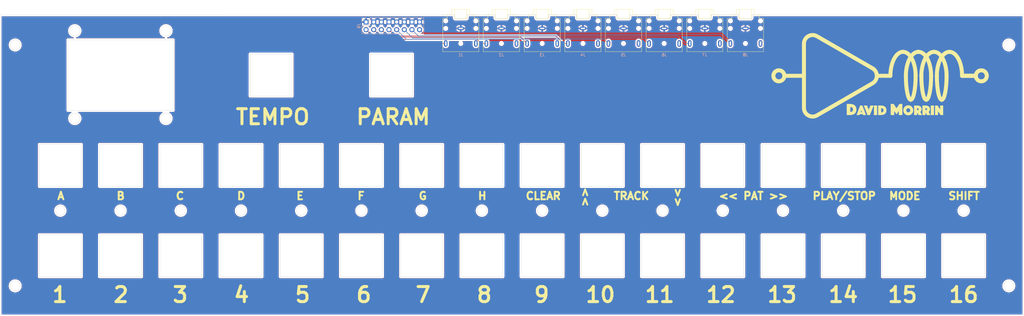
<source format=kicad_pcb>
(kicad_pcb (version 20241229) (generator "pcbnew") (generator_version "9.0")
  (layers (0 "F.Cu" signal) (2 "B.Cu" signal) (13 "F.Paste" user) (15 "B.Paste" user) (5 "F.SilkS" user "F.Silkscreen") (7 "B.SilkS" user "B.Silkscreen") (1 "F.Mask" user) (3 "B.Mask" user) (25 "Edge.Cuts" user))
  (net 0 "")
  (net 1 "GND")
  (net 2 "Net-(J9-Pin_2)")
  (net 3 "Net-(J9-Pin_4)")
  (net 4 "Net-(J9-Pin_6)")
  (net 5 "Net-(J9-Pin_8)")
  (net 6 "Net-(J9-Pin_10)")
  (net 7 "Net-(J9-Pin_12)")
  (net 8 "Net-(J9-Pin_14)")
  (net 9 "Net-(J9-Pin_16)")
  (footprint "Connector_Audio:Jack_3.5mm_CUI_SJ1-3523N_Horizontal" (layer "F.Cu") (at 238.5 68 180)
    (property "Reference" "J5")
    (property "Value" "AudioJack2")
    (fp_line (start 2.2 4.5) (end 6.5 4.5) (stroke (width 0.12)) (layer "Edge.Cuts"))
    (fp_line (start 2.2 3.5) (end 2.2 4.5) (stroke (width 0.12)) (layer "Edge.Cuts"))
    (fp_line (start 1.8 3.1) (end -1.8 3.1) (stroke (width 0.12)) (layer "Edge.Cuts"))
    (fp_line (start -2.2 4.5) (end -6.5 4.5) (stroke (width 0.12)) (layer "Edge.Cuts"))
    (fp_line (start -2.2 3.5) (end -2.2 4.5) (stroke (width 0.12)) (layer "Edge.Cuts"))
    (fp_arc (start 1.8 3.1) (mid 2.082843 3.217157) (end 2.2 3.5) (stroke (width 0.12)) (layer "Edge.Cuts"))
    (fp_arc (start -2.2 3.5) (mid -2.082842 3.217158) (end -1.8 3.1) (stroke (width 0.12)) (layer "Edge.Cuts"))
  )
  (footprint "Connector_Audio:Jack_3.5mm_CUI_SJ1-3523N_Horizontal" (layer "F.Cu") (at 252 68 180)
    (property "Reference" "J6")
    (property "Value" "AudioJack2")
    (fp_line (start 2.2 4.5) (end 6.5 4.5) (stroke (width 0.12)) (layer "Edge.Cuts"))
    (fp_line (start 2.2 3.5) (end 2.2 4.5) (stroke (width 0.12)) (layer "Edge.Cuts"))
    (fp_line (start 1.8 3.1) (end -1.8 3.1) (stroke (width 0.12)) (layer "Edge.Cuts"))
    (fp_line (start -2.2 4.5) (end -6.5 4.5) (stroke (width 0.12)) (layer "Edge.Cuts"))
    (fp_line (start -2.2 3.5) (end -2.2 4.5) (stroke (width 0.12)) (layer "Edge.Cuts"))
    (fp_arc (start 1.8 3.1) (mid 2.082843 3.217157) (end 2.2 3.5) (stroke (width 0.12)) (layer "Edge.Cuts"))
    (fp_arc (start -2.2 3.5) (mid -2.082843 3.217158) (end -1.8 3.1) (stroke (width 0.12)) (layer "Edge.Cuts"))
  )
  (footprint "Connector_Audio:Jack_3.5mm_CUI_SJ1-3523N_Horizontal" (layer "F.Cu") (at 184.460714 68 180)
    (property "Reference" "J1")
    (property "Value" "AudioJack2")
    (fp_line (start 2.2 4.5) (end 6.5 4.5) (stroke (width 0.12)) (layer "Edge.Cuts"))
    (fp_line (start 2.2 3.5) (end 2.2 4.5) (stroke (width 0.12)) (layer "Edge.Cuts"))
    (fp_line (start 1.8 3.1) (end -1.8 3.1) (stroke (width 0.12)) (layer "Edge.Cuts"))
    (fp_line (start -2.2 4.5) (end -6.5 4.5) (stroke (width 0.12)) (layer "Edge.Cuts"))
    (fp_line (start -2.2 3.5) (end -2.2 4.5) (stroke (width 0.12)) (layer "Edge.Cuts"))
    (fp_arc (start 1.8 3.1) (mid 2.082843 3.217157) (end 2.2 3.5) (stroke (width 0.12)) (layer "Edge.Cuts"))
    (fp_arc (start -2.2 3.5) (mid -2.082843 3.217158) (end -1.8 3.1) (stroke (width 0.12)) (layer "Edge.Cuts"))
  )
  (footprint "Connector_Audio:Jack_3.5mm_CUI_SJ1-3523N_Horizontal" (layer "F.Cu") (at 279 68 180)
    (property "Reference" "J8")
    (property "Value" "AudioJack2")
    (fp_line (start 2.2 4.5) (end 6.5 4.5) (stroke (width 0.12)) (layer "Edge.Cuts"))
    (fp_line (start 2.2 3.5) (end 2.2 4.5) (stroke (width 0.12)) (layer "Edge.Cuts"))
    (fp_line (start 1.8 3.1) (end -1.8 3.1) (stroke (width 0.12)) (layer "Edge.Cuts"))
    (fp_line (start -2.2 4.5) (end -6.5 4.5) (stroke (width 0.12)) (layer "Edge.Cuts"))
    (fp_line (start -2.2 3.5) (end -2.2 4.5) (stroke (width 0.12)) (layer "Edge.Cuts"))
    (fp_arc (start 1.8 3.1) (mid 2.082843 3.217157) (end 2.2 3.5) (stroke (width 0.12)) (layer "Edge.Cuts"))
    (fp_arc (start -2.2 3.5) (mid -2.082843 3.217158) (end -1.8 3.1) (stroke (width 0.12)) (layer "Edge.Cuts"))
  )
  (footprint "Connector_Audio:Jack_3.5mm_CUI_SJ1-3523N_Horizontal" (layer "F.Cu") (at 265.5 68 180)
    (property "Reference" "J7")
    (property "Value" "AudioJack2")
    (fp_line (start 2.2 4.5) (end 6.5 4.5) (stroke (width 0.12)) (layer "Edge.Cuts"))
    (fp_line (start 2.2 3.5) (end 2.2 4.5) (stroke (width 0.12)) (layer "Edge.Cuts"))
    (fp_line (start 1.8 3.1) (end -1.8 3.1) (stroke (width 0.12)) (layer "Edge.Cuts"))
    (fp_line (start -2.2 4.5) (end -6.5 4.5) (stroke (width 0.12)) (layer "Edge.Cuts"))
    (fp_line (start -2.2 3.5) (end -2.2 4.5) (stroke (width 0.12)) (layer "Edge.Cuts"))
    (fp_arc (start 1.8 3.1) (mid 2.082843 3.217157) (end 2.2 3.5) (stroke (width 0.12)) (layer "Edge.Cuts"))
    (fp_arc (start -2.2 3.5) (mid -2.082843 3.217158) (end -1.8 3.1) (stroke (width 0.12)) (layer "Edge.Cuts"))
  )
  (footprint "Connector_Audio:Jack_3.5mm_CUI_SJ1-3523N_Horizontal" (layer "F.Cu") (at 197.960714 68 180)
    (property "Reference" "J2")
    (property "Value" "AudioJack2")
    (fp_line (start 2.2 4.5) (end 6.5 4.5) (stroke (width 0.12)) (layer "Edge.Cuts"))
    (fp_line (start 2.2 3.5) (end 2.2 4.5) (stroke (width 0.12)) (layer "Edge.Cuts"))
    (fp_line (start 1.8 3.1) (end -1.8 3.1) (stroke (width 0.12)) (layer "Edge.Cuts"))
    (fp_line (start -2.2 4.5) (end -6.5 4.5) (stroke (width 0.12)) (layer "Edge.Cuts"))
    (fp_line (start -2.2 3.5) (end -2.2 4.5) (stroke (width 0.12)) (layer "Edge.Cuts"))
    (fp_arc (start 1.8 3.1) (mid 2.082843 3.217157) (end 2.2 3.5) (stroke (width 0.12)) (layer "Edge.Cuts"))
    (fp_arc (start -2.2 3.5) (mid -2.082843 3.217158) (end -1.8 3.1) (stroke (width 0.12)) (layer "Edge.Cuts"))
  )
  (footprint "Connector_Audio:Jack_3.5mm_CUI_SJ1-3523N_Horizontal" (layer "F.Cu") (at 211.5 68 180)
    (property "Reference" "J3")
    (property "Value" "AudioJack2")
    (fp_line (start 2.2 4.5) (end 6.5 4.5) (stroke (width 0.12)) (layer "Edge.Cuts"))
    (fp_line (start 2.2 3.5) (end 2.2 4.5) (stroke (width 0.12)) (layer "Edge.Cuts"))
    (fp_line (start 1.8 3.1) (end -1.8 3.1) (stroke (width 0.12)) (layer "Edge.Cuts"))
    (fp_line (start -2.2 4.5) (end -6.5 4.5) (stroke (width 0.12)) (layer "Edge.Cuts"))
    (fp_line (start -2.2 3.5) (end -2.2 4.5) (stroke (width 0.12)) (layer "Edge.Cuts"))
    (fp_arc (start 1.8 3.1) (mid 2.082843 3.217157) (end 2.2 3.5) (stroke (width 0.12)) (layer "Edge.Cuts"))
    (fp_arc (start -2.2 3.5) (mid -2.082843 3.217158) (end -1.8 3.1) (stroke (width 0.12)) (layer "Edge.Cuts"))
  )
  (footprint "Connector_Audio:Jack_3.5mm_CUI_SJ1-3523N_Horizontal" (layer "F.Cu") (at 225.031429 68 180)
    (property "Reference" "J4")
    (property "Value" "AudioJack2")
    (fp_line (start 2.2 4.5) (end 6.5 4.5) (stroke (width 0.12)) (layer "Edge.Cuts"))
    (fp_line (start 2.2 3.5) (end 2.2 4.5) (stroke (width 0.12)) (layer "Edge.Cuts"))
    (fp_line (start 1.8 3.1) (end -1.8 3.1) (stroke (width 0.12)) (layer "Edge.Cuts"))
    (fp_line (start -2.2 4.5) (end -6.5 4.5) (stroke (width 0.12)) (layer "Edge.Cuts"))
    (fp_line (start -2.2 3.5) (end -2.2 4.5) (stroke (width 0.12)) (layer "Edge.Cuts"))
    (fp_arc (start 1.8 3.1) (mid 2.082843 3.217157) (end 2.2 3.5) (stroke (width 0.12)) (layer "Edge.Cuts"))
    (fp_arc (start -2.2 3.5) (mid -2.082843 3.217158) (end -1.8 3.1) (stroke (width 0.12)) (layer "Edge.Cuts"))
  )
  (footprint "Connector_PinHeader_2.54mm:PinHeader_2x08_P2.54mm_Vertical" (layer "B.Cu") (at 153 65.87 -90)
    (property "Reference" "J9")
    (property "Value" "Conn_02x08_Odd_Even")
  )
  (gr_poly (pts (xy 357.419009 81.916323) (xy 357.511722 81.923373) (xy 357.603087 81.934983) (xy 357.692989 81.951038) (xy 357.781314 81.971423) (xy 357.867947 81.996024) (xy 357.952773 82.024726) (xy 358.035677 82.057414) (xy 358.116545 82.093974) (xy 358.195263 82.134291) (xy 358.271714 82.17825) (xy 358.345786 82.225736) (xy 358.417362 82.276635) (xy 358.486328 82.330832) (xy 358.55257 82.388212) (xy 358.615973 82.448661) (xy 358.676422 82.512064) (xy 358.733802 82.578306) (xy 358.787999 82.647272) (xy 358.838898 82.718849) (xy 358.886384 82.79292) (xy 358.930343 82.869372) (xy 358.970659 82.948089) (xy 359.007219 83.028957) (xy 359.039907 83.111862) (xy 359.068609 83.196688) (xy 359.09321 83.283321) (xy 359.113595 83.371646) (xy 359.12965 83.461548) (xy 359.14126 83.552914) (xy 359.14831 83.645627) (xy 359.150686 83.739573) (xy 359.14831 83.83352) (xy 359.14126 83.926233) (xy 359.12965 84.017598) (xy 359.113595 84.1075) (xy 359.09321 84.195825) (xy 359.068609 84.282458) (xy 359.039907 84.367284) (xy 359.007219 84.450189) (xy 358.970659 84.531057) (xy 358.930343 84.609774) (xy 358.886384 84.686226) (xy 358.838898 84.760298) (xy 358.787999 84.831874) (xy 358.733802 84.90084) (xy 358.676422 84.967082) (xy 358.615973 85.030485) (xy 358.55257 85.090934) (xy 358.486328 85.148314) (xy 358.417362 85.202511) (xy 358.345786 85.25341) (xy 358.271714 85.300897) (xy 358.195263 85.344855) (xy 358.116545 85.385172) (xy 358.035677 85.421732) (xy 357.952773 85.45442) (xy 357.867947 85.483122) (xy 357.781314 85.507723) (xy 357.692989 85.528108) (xy 357.603087 85.544163) (xy 357.511722 85.555773) (xy 357.419009 85.562823) (xy 357.325063 85.565199) (xy 357.231117 85.562823) (xy 357.138404 85.555773) (xy 357.047039 85.544163) (xy 356.957137 85.528108) (xy 356.868812 85.507723) (xy 356.782179 85.483122) (xy 356.697353 85.45442) (xy 356.614449 85.421732) (xy 356.53358 85.385172) (xy 356.454863 85.344855) (xy 356.378412 85.300897) (xy 356.30434 85.25341) (xy 356.232764 85.202511) (xy 356.163798 85.148314) (xy 356.097556 85.090934) (xy 356.034153 85.030485) (xy 355.973704 84.967082) (xy 355.916324 84.90084) (xy 355.862127 84.831874) (xy 355.811228 84.760298) (xy 355.763742 84.686226) (xy 355.719783 84.609774) (xy 355.679467 84.531057) (xy 355.642907 84.450189) (xy 355.610219 84.367284) (xy 355.581517 84.282458) (xy 355.556916 84.195825) (xy 355.536531 84.1075) (xy 355.520476 84.017598) (xy 355.508866 83.926233) (xy 355.501816 83.83352) (xy 355.49944 83.739573) (xy 355.501816 83.645627) (xy 355.508866 83.552914) (xy 355.520476 83.461548) (xy 355.536531 83.371646) (xy 355.556916 83.283321) (xy 355.581517 83.196688) (xy 355.610219 83.111862) (xy 355.642907 83.028957) (xy 355.679467 82.948089) (xy 355.719783 82.869372) (xy 355.763742 82.79292) (xy 355.811228 82.718849) (xy 355.862127 82.647272) (xy 355.916324 82.578306) (xy 355.973704 82.512064) (xy 356.034153 82.448661) (xy 356.097556 82.388212) (xy 356.163798 82.330832) (xy 356.232764 82.276635) (xy 356.30434 82.225736) (xy 356.378412 82.17825) (xy 356.454863 82.134291) (xy 356.53358 82.093974) (xy 356.614449 82.057414) (xy 356.697353 82.024726) (xy 356.782179 81.996024) (xy 356.868812 81.971423) (xy 356.957137 81.951038) (xy 357.047039 81.934983) (xy 357.138404 81.923373) (xy 357.231117 81.916323) (xy 357.325063 81.913948)) (stroke (width 1.322916) (color 58 136 64 1)) (fill no) (layer "F.SilkS"))
  (gr_line (start 322.634217 83.73825) (end 327.141393 83.73825) (stroke (width 1.322916) (color 58 136 64 1)) (layer "F.SilkS"))
  (gr_poly (pts (xy 337.777642 93.603239) (xy 338.873018 93.603239) (xy 338.948675 93.604482) (xy 339.022859 93.60822) (xy 339.095586 93.614471) (xy 339.166871 93.623248) (xy 339.236729 93.634568) (xy 339.305177 93.648446) (xy 339.372229 93.664897) (xy 339.437902 93.683937) (xy 339.470117 93.694402) (xy 339.501776 93.705455) (xy 339.532881 93.717098) (xy 339.563434 93.72933) (xy 339.593436 93.742151) (xy 339.62289 93.755561) (xy 339.651798 93.769561) (xy 339.680161 93.784149) (xy 339.707981 93.799326) (xy 339.735261 93.815093) (xy 339.762002 93.831449) (xy 339.788206 93.848393) (xy 339.813875 93.865927) (xy 339.839011 93.88405) (xy 339.863616 93.902762) (xy 339.887693 93.922064) (xy 339.911179 93.941954) (xy 339.934015 93.962431) (xy 339.9562 93.983493) (xy 339.977733 94.005139) (xy 339.998616 94.027366) (xy 340.018847 94.050172) (xy 340.038427 94.073556) (xy 340.057357 94.097515) (xy 340.075635 94.122048) (xy 340.093262 94.147153) (xy 340.110237 94.172827) (xy 340.126562 94.199069) (xy 340.142236 94.225877) (xy 340.157258 94.253249) (xy 340.171629 94.281183) (xy 340.18535 94.309677) (xy 340.198326 94.338729) (xy 340.210464 94.368337) (xy 340.221766 94.398499) (xy 340.23223 94.429214) (xy 340.241858 94.460479) (xy 340.250648 94.492292) (xy 340.258601 94.524652) (xy 340.265716 94.557557) (xy 340.271995 94.591004) (xy 340.277436 94.624992) (xy 340.28204 94.659519) (xy 340.285808 94.694583) (xy 340.288737 94.730181) (xy 340.29083 94.766312) (xy 340.292086 94.802975) (xy 340.292505 94.840166) (xy 340.291453 94.898581) (xy 340.288308 94.954763) (xy 340.283086 95.008713) (xy 340.275802 95.060431) (xy 340.271391 95.085453) (xy 340.266471 95.109916) (xy 340.261044 95.133822) (xy 340.25511 95.157169) (xy 340.248673 95.179959) (xy 340.241734 95.20219) (xy 340.234295 95.223863) (xy 340.226358 95.244978) (xy 340.209683 95.285779) (xy 340.192419 95.324828) (xy 340.174596 95.362109) (xy 340.156246 95.397608) (xy 340.1374 95.431309) (xy 340.118088 95.463196) (xy 340.098343 95.493254) (xy 340.078195 95.521467) (xy 340.066195 95.536706) (xy 340.054009 95.551664) (xy 340.041638 95.566339) (xy 340.02908 95.580729) (xy 340.016337 95.594832) (xy 340.003407 95.608647) (xy 339.990292 95.622171) (xy 339.97699 95.635402) (xy 339.963503 95.648339) (xy 339.94983 95.660979) (xy 339.93597 95.673321) (xy 339.921924 95.685363) (xy 339.907693 95.697102) (xy 339.893275 95.708538) (xy 339.878671 95.719667) (xy 339.863881 95.730488) (xy 340.459195 96.778238) (xy 339.268567 96.778238) (xy 338.792318 95.973903) (xy 338.792318 96.778238) (xy 337.777639 96.778238) (xy 337.777639 95.16428) (xy 338.792321 95.16428) (xy 338.845239 95.16428) (xy 338.867609 95.163969) (xy 338.889572 95.163037) (xy 338.911124 95.16148) (xy 338.932261 95.159298) (xy 338.95298 95.156488) (xy 338.973277 95.153048) (xy 338.993147 95.148976) (xy 339.012587 95.14427) (xy 339.031593 95.138929) (xy 339.050161 95.132951) (xy 339.068287 95.126333) (xy 339.085967 95.119073) (xy 339.103198 95.11117) (xy 339.119975 95.102622) (xy 339.136295 95.093426) (xy 339.152154 95.083582) (xy 339.159848 95.078392) (xy 339.167301 95.072993) (xy 339.174513 95.067384) (xy 339.181484 95.061565) (xy 339.188214 95.055536) (xy 339.194702 95.049296) (xy 339.200949 95.042846) (xy 339.206954 95.036184) (xy 339.212716 95.029312) (xy 339.218236 95.022227) (xy 339.223513 95.014932) (xy 339.228547 95.007424) (xy 339.233338 94.999704) (xy 339.237885 94.991771) (xy 339.242189 94.983626) (xy 339.246249 94.975268) (xy 339.250065 94.966697) (xy 339.253636 94.957912) (xy 339.256962 94.948914) (xy 339.260044 94.939702) (xy 339.26288 94.930275) (xy 339.265471 94.920635) (xy 339.269917 94.900709) (xy 339.273377 94.879923) (xy 339.275851 94.858275) (xy 339.277337 94.835762) (xy 339.277833 94.812383) (xy 339.277337 94.789005) (xy 339.275851 94.766492) (xy 339.273377 94.744844) (xy 339.269917 94.724058) (xy 339.265471 94.704132) (xy 339.260044 94.685065) (xy 339.253636 94.666855) (xy 339.246249 94.649499) (xy 339.237885 94.632996) (xy 339.228547 94.617343) (xy 339.218236 94.602539) (xy 339.206954 94.588583) (xy 339.194702 94.575471) (xy 339.181484 94.563202) (xy 339.167301 94.551774) (xy 339.152154 94.541185) (xy 339.136077 94.531341) (xy 339.119595 94.522145) (xy 339.102706 94.513597) (xy 339.085409 94.505694) (xy 339.0677 94.498434) (xy 339.049579 94.491816) (xy 339.031043 94.485838) (xy 339.01209 94.480496) (xy 338.992719 94.475791) (xy 338.972928 94.471719) (xy 338.952714 94.468279) (xy 338.932075 94.465469) (xy 338.91101 94.463286) (xy 338.889517 94.46173) (xy 338.867594 94.460798) (xy 338.845239 94.460487) (xy 338.792321 94.460487) (xy 338.792321 95.16428) (xy 337.777639 95.16428) (xy 337.777639 93.601915)) (fill yes) (layer "F.SilkS"))
  (gr_curve (pts (xy 327.141393 83.73825) (xy 327.141393 79.339552) (xy 329.017289 75.774292) (xy 331.332395 75.774292)) (stroke (width 1.322916) (color 58 136 64 1)) (layer "F.SilkS"))
  (gr_poly (pts (xy 341.631303 96.779562) (xy 340.554448 96.779562) (xy 340.554448 93.603239) (xy 341.631303 93.603239)) (fill yes) (layer "F.SilkS"))
  (gr_poly (pts (xy 335.002168 93.603239) (xy 336.097543 93.603239) (xy 336.173199 93.604482) (xy 336.247383 93.60822) (xy 336.32011 93.614471) (xy 336.391395 93.623248) (xy 336.461254 93.634568) (xy 336.529702 93.648446) (xy 336.596754 93.664897) (xy 336.662427 93.683937) (xy 336.694643 93.694402) (xy 336.726302 93.705455) (xy 336.757407 93.717098) (xy 336.787959 93.72933) (xy 336.817962 93.742151) (xy 336.847416 93.755561) (xy 336.876323 93.769561) (xy 336.904686 93.784149) (xy 336.932507 93.799326) (xy 336.959786 93.815093) (xy 336.986527 93.831449) (xy 337.012731 93.848393) (xy 337.0384 93.865927) (xy 337.063537 93.88405) (xy 337.088142 93.902762) (xy 337.112218 93.922064) (xy 337.135705 93.941954) (xy 337.15854 93.962431) (xy 337.180725 93.983493) (xy 337.202258 94.005139) (xy 337.22314 94.027366) (xy 337.243371 94.050172) (xy 337.262951 94.073556) (xy 337.28188 94.097515) (xy 337.300158 94.122048) (xy 337.317784 94.147153) (xy 337.33476 94.172827) (xy 337.351084 94.199069) (xy 337.366758 94.225877) (xy 337.38178 94.253249) (xy 337.396151 94.281183) (xy 337.409871 94.309677) (xy 337.422848 94.338729) (xy 337.434987 94.368337) (xy 337.446289 94.398499) (xy 337.456754 94.429214) (xy 337.466382 94.460479) (xy 337.475172 94.492292) (xy 337.483125 94.524652) (xy 337.490241 94.557557) (xy 337.49652 94.591004) (xy 337.501961 94.624992) (xy 337.506566 94.659519) (xy 337.510333 94.694583) (xy 337.513263 94.730181) (xy 337.515356 94.766312) (xy 337.516611 94.802975) (xy 337.51703 94.840166) (xy 337.515978 94.898581) (xy 337.512834 94.954763) (xy 337.507611 95.008713) (xy 337.500327 95.060431) (xy 337.495917 95.085453) (xy 337.490997 95.109916) (xy 337.485569 95.133822) (xy 337.479636 95.157169) (xy 337.473198 95.179959) (xy 337.466259 95.20219) (xy 337.45882 95.223863) (xy 337.450883 95.244978) (xy 337.434207 95.285779) (xy 337.416943 95.324828) (xy 337.39912 95.362109) (xy 337.380769 95.397608) (xy 337.361923 95.431309) (xy 337.342611 95.463196) (xy 337.322866 95.493254) (xy 337.302716 95.521467) (xy 337.290717 95.536706) (xy 337.278532 95.551664) (xy 337.266161 95.566339) (xy 337.253603 95.580729) (xy 337.24086 95.594832) (xy 337.227931 95.608647) (xy 337.214815 95.622171) (xy 337.201514 95.635402) (xy 337.188027 95.648339) (xy 337.174353 95.660979) (xy 337.160494 95.673321) (xy 337.146448 95.685363) (xy 337.132217 95.697102) (xy 337.117799 95.708538) (xy 337.103196 95.719667) (xy 337.088407 95.730488) (xy 337.683717 96.778238) (xy 336.493093 96.778238) (xy 336.016843 95.973903) (xy 336.016843 96.778238) (xy 335.002164 96.778238) (xy 335.002164 95.16428) (xy 336.015516 95.16428) (xy 336.068433 95.16428) (xy 336.090804 95.163969) (xy 336.112767 95.163037) (xy 336.134319 95.16148) (xy 336.155457 95.159298) (xy 336.176176 95.156488) (xy 336.196473 95.153048) (xy 336.216343 95.148976) (xy 336.235783 95.14427) (xy 336.254789 95.138929) (xy 336.273357 95.132951) (xy 336.291483 95.126333) (xy 336.309163 95.119073) (xy 336.326394 95.11117) (xy 336.343172 95.102622) (xy 336.359493 95.093426) (xy 336.375352 95.083582) (xy 336.383045 95.078392) (xy 336.390498 95.072993) (xy 336.39771 95.067384) (xy 336.404681 95.061565) (xy 336.411411 95.055536) (xy 336.417899 95.049296) (xy 336.424145 95.042846) (xy 336.43015 95.036184) (xy 336.435912 95.029312) (xy 336.441432 95.022227) (xy 336.446709 95.014932) (xy 336.451743 95.007424) (xy 336.456534 94.999704) (xy 336.461082 94.991771) (xy 336.465386 94.983626) (xy 336.469445 94.975268) (xy 336.473261 94.966697) (xy 336.476832 94.957912) (xy 336.480159 94.948914) (xy 336.483241 94.939702) (xy 336.486077 94.930275) (xy 336.488669 94.920635) (xy 336.493114 94.900709) (xy 336.496575 94.879923) (xy 336.499049 94.858275) (xy 336.500535 94.835762) (xy 336.501031 94.812383) (xy 336.500535 94.789005) (xy 336.499049 94.766492) (xy 336.496575 94.744844) (xy 336.493114 94.724058) (xy 336.488669 94.704132) (xy 336.483241 94.685065) (xy 336.476832 94.666855) (xy 336.469445 94.649499) (xy 336.461082 94.632996) (xy 336.451743 94.617343) (xy 336.441432 94.602539) (xy 336.43015 94.588583) (xy 336.417899 94.575471) (xy 336.404681 94.563202) (xy 336.390498 94.551774) (xy 336.375352 94.541185) (xy 336.359275 94.531341) (xy 336.342792 94.522145) (xy 336.325903 94.513597) (xy 336.308605 94.505694) (xy 336.290896 94.498434) (xy 336.272775 94.491816) (xy 336.254239 94.485838) (xy 336.235286 94.480496) (xy 336.215915 94.475791) (xy 336.196124 94.471719) (xy 336.17591 94.468279) (xy 336.155271 94.465469) (xy 336.134206 94.463286) (xy 336.112713 94.46173) (xy 336.090789 94.460798) (xy 336.068433 94.460487) (xy 336.015516 94.460487) (xy 336.015516 95.16428) (xy 335.002164 95.16428) (xy 335.002164 93.601915)) (fill yes) (layer "F.SilkS"))
  (gr_curve (pts (xy 336.473245 75.774292) (xy 338.78835 75.774292) (xy 340.664243 79.339552) (xy 340.664243 83.73825)) (stroke (width 1.322916) (color 58 136 64 1)) (layer "F.SilkS"))
  (gr_poly (pts (xy 343.673879 94.826938) (xy 343.673879 93.603239) (xy 344.66871 93.603239) (xy 344.66871 96.779562) (xy 343.829984 96.779562) (xy 342.958181 95.559833) (xy 342.958181 96.779562) (xy 341.96335 96.779562) (xy 341.96335 93.603239) (xy 341.964673 93.603239) (xy 342.798108 93.603239)) (fill yes) (layer "F.SilkS"))
  (gr_curve (pts (xy 345.805097 83.73825) (xy 345.805097 88.136947) (xy 345.080137 91.702207) (xy 344.184522 91.702207)) (stroke (width 1.322916) (color 58 136 64 1)) (layer "F.SilkS"))
  (gr_line (start 355.492818 83.73825) (end 350.945951 83.73825) (stroke (width 1.322916) (color 58 136 64 1)) (layer "F.SilkS"))
  (gr_poly (pts (xy 329.177366 94.494884) (xy 330.139123 93.072748) (xy 331.116761 93.072748) (xy 331.116761 96.778238) (xy 329.932748 96.778238) (xy 329.932748 95.444738) (xy 329.177366 96.555986) (xy 328.416688 95.444738) (xy 328.416688 96.778238) (xy 327.232675 96.778238) (xy 327.232675 93.072748) (xy 328.210313 93.072748)) (fill yes) (layer "F.SilkS"))
  (gr_curve (pts (xy 344.184522 91.702207) (xy 343.288911 91.702207) (xy 342.563951 88.136947) (xy 342.563951 83.73825)) (stroke (width 1.322916) (color 58 136 64 1)) (layer "F.SilkS"))
  (gr_poly (pts (xy 319.050437 96.779562) (xy 318.050311 96.779562) (xy 317.945802 96.49381) (xy 316.98404 96.49381) (xy 316.879531 96.779562) (xy 315.879407 96.779562) (xy 316.253358 95.793989) (xy 317.24995 95.793989) (xy 317.678573 95.793989) (xy 317.464261 95.237041) (xy 317.24995 95.793989) (xy 316.253358 95.793989) (xy 317.084584 93.603239) (xy 317.84526 93.603239)) (fill yes) (layer "F.SilkS"))
  (gr_curve (pts (xy 332.282247 83.73825) (xy 332.282247 79.339552) (xy 334.158143 75.774292) (xy 336.473245 75.774292)) (stroke (width 1.322916) (color 58 136 64 1)) (layer "F.SilkS"))
  (gr_poly (pts (xy 313.796222 93.075874) (xy 313.92145 93.081287) (xy 314.043142 93.090328) (xy 314.161269 93.103012) (xy 314.2758 93.119354) (xy 314.386702 93.139371) (xy 314.493947 93.163078) (xy 314.597501 93.19049) (xy 314.64787 93.205576) (xy 314.697275 93.221562) (xy 314.745716 93.238451) (xy 314.793189 93.256245) (xy 314.839694 93.274945) (xy 314.885228 93.294555) (xy 314.929788 93.315075) (xy 314.973375 93.336509) (xy 315.015984 93.358856) (xy 315.057615 93.38212) (xy 315.098265 93.406303) (xy 315.137933 93.431406) (xy 315.176616 93.457432) (xy 315.214313 93.484382) (xy 315.251022 93.512258) (xy 315.286741 93.541063) (xy 315.321203 93.570767) (xy 315.354641 93.601341) (xy 315.387052 93.632787) (xy 315.418434 93.665107) (xy 315.448784 93.698302) (xy 315.478102 93.732376) (xy 315.506385 93.76733) (xy 315.533631 93.803165) (xy 315.559838 93.839884) (xy 315.585004 93.877488) (xy 315.609128 93.915981) (xy 315.632208 93.955362) (xy 315.654241 93.995635) (xy 315.675226 94.036802) (xy 315.69516 94.078863) (xy 315.714042 94.121822) (xy 315.731824 94.165649) (xy 315.748458 94.210315) (xy 315.763946 94.255823) (xy 315.778286 94.302173) (xy 315.791479 94.349368) (xy 315.803525 94.39741) (xy 315.814423 94.446301) (xy 315.824175 94.496043) (xy 315.832779 94.546637) (xy 315.840236 94.598086) (xy 315.846546 94.650392) (xy 315.851709 94.703556) (xy 315.855724 94.75758) (xy 315.858592 94.812467) (xy 315.860313 94.868218) (xy 315.860887 94.924835) (xy 315.860313 94.981452) (xy 315.858592 95.037203) (xy 315.855724 95.092089) (xy 315.851709 95.146113) (xy 315.846546 95.199277) (xy 315.840237 95.251582) (xy 315.83278 95.303031) (xy 315.824176 95.353625) (xy 315.814424 95.403367) (xy 315.803526 95.452258) (xy 315.79148 95.5003) (xy 315.778287 95.547495) (xy 315.763946 95.593845) (xy 315.748459 95.639353) (xy 315.731824 95.684019) (xy 315.714042 95.727846) (xy 315.69516 95.770805) (xy 315.675225 95.812866) (xy 315.65424 95.854033) (xy 315.632207 95.894306) (xy 315.609127 95.933687) (xy 315.585003 95.97218) (xy 315.559836 96.009784) (xy 315.533629 96.046503) (xy 315.506383 96.082338) (xy 315.4781 96.117292) (xy 315.448783 96.151366) (xy 315.418432 96.184561) (xy 315.387051 96.216881) (xy 315.354641 96.248327) (xy 315.321203 96.278901) (xy 315.286741 96.308605) (xy 315.251037 96.337425) (xy 315.214368 96.365345) (xy 315.17673 96.392367) (xy 315.13812 96.41849) (xy 315.098533 96.443713) (xy 315.057965 96.468037) (xy 315.016412 96.491462) (xy 314.973872 96.513988) (xy 314.930339 96.535615) (xy 314.88581 96.556343) (xy 314.840281 96.576171) (xy 314.793748 96.5951) (xy 314.746208 96.61313) (xy 314.697655 96.630261) (xy 314.648088 96.646493) (xy 314.597501 96.661825) (xy 314.493567 96.68973) (xy 314.386145 96.713914) (xy 314.275219 96.734378) (xy 314.160774 96.751121) (xy 314.042794 96.764143) (xy 313.921264 96.773444) (xy 313.796168 96.779025) (xy 313.667491 96.780885) (xy 312.639583 96.780885) (xy 312.639583 96.779562) (xy 312.639583 95.722553) (xy 313.823594 95.722553) (xy 313.823594 95.723875) (xy 313.87494 95.7231) (xy 313.9248 95.720777) (xy 313.973175 95.716907) (xy 314.020068 95.711493) (xy 314.06548 95.704537) (xy 314.109414 95.69604) (xy 314.151871 95.686004) (xy 314.192853 95.674431) (xy 314.232363 95.661324) (xy 314.270401 95.646683) (xy 314.306971 95.630512) (xy 314.342073 95.612812) (xy 314.375711 95.593585) (xy 314.407885 95.572832) (xy 314.438599 95.550557) (xy 314.467853 95.52676) (xy 314.495479 95.501381) (xy 314.52131 95.47436) (xy 314.545345 95.445695) (xy 314.567589 95.415386) (xy 314.588041 95.383435) (xy 314.606705 95.34984) (xy 314.623583 95.314602) (xy 314.638675 95.27772) (xy 314.651985 95.239195) (xy 314.663514 95.199027) (xy 314.673263 95.157216) (xy 314.681236 95.113761) (xy 314.687434 95.068663) (xy 314.691858 95.021922) (xy 314.694512 94.973537) (xy 314.695396 94.923509) (xy 314.694512 94.873497) (xy 314.691858 94.825156) (xy 314.687434 94.778486) (xy 314.681236 94.733485) (xy 314.673263 94.69015) (xy 314.663514 94.64848) (xy 314.651985 94.608472) (xy 314.638675 94.570126) (xy 314.623583 94.533438) (xy 314.606705 94.498407) (xy 314.588041 94.465031) (xy 314.567589 94.433308) (xy 314.545345 94.403236) (xy 314.52131 94.374813) (xy 314.495479 94.348037) (xy 314.467853 94.322906) (xy 314.438599 94.299358) (xy 314.407885 94.277328) (xy 314.375711 94.256818) (xy 314.342073 94.237827) (xy 314.30697 94.220355) (xy 314.270401 94.204403) (xy 314.232362 94.18997) (xy 314.192852 94.177056) (xy 314.15187 94.165661) (xy 314.109413 94.155786) (xy 314.06548 94.14743) (xy 314.020067 94.140593) (xy 313.973175 94.135276) (xy 313.9248 94.131477) (xy 313.87494 94.129198) (xy 313.823594 94.128439) (xy 313.823594 95.722553) (xy 312.639583 95.722553) (xy 312.639583 93.074074) (xy 313.667491 93.074074)) (fill yes) (layer "F.SilkS"))
  (gr_poly (pts (xy 324.061088 93.604792) (xy 324.168554 93.609461) (xy 324.27292 93.617261) (xy 324.374185 93.628209) (xy 324.472349 93.642319) (xy 324.567413 93.659608) (xy 324.659376 93.68009) (xy 324.748239 93.703781) (xy 324.791476 93.716586) (xy 324.833874 93.730195) (xy 324.875432 93.744607) (xy 324.916146 93.759818) (xy 324.956015 93.775829) (xy 324.995038 93.792635) (xy 325.033211 93.810237) (xy 325.070534 93.828631) (xy 325.107004 93.847815) (xy 325.14262 93.867789) (xy 325.177379 93.888549) (xy 325.211279 93.910094) (xy 325.244319 93.932422) (xy 325.276497 93.95553) (xy 325.307811 93.979418) (xy 325.338258 94.004083) (xy 325.367837 94.029509) (xy 325.396544 94.05568) (xy 325.424375 94.082599) (xy 325.451326 94.110268) (xy 325.477394 94.138689) (xy 325.502574 94.167864) (xy 325.526863 94.197795) (xy 325.550256 94.228483) (xy 325.572751 94.259931) (xy 325.594342 94.292141) (xy 325.615026 94.325114) (xy 325.634799 94.358852) (xy 325.653658 94.393358) (xy 325.671598 94.428633) (xy 325.688615 94.464679) (xy 325.704705 94.501499) (xy 325.719851 94.539063) (xy 325.734033 94.577342) (xy 325.747251 94.616338) (xy 325.759502 94.656053) (xy 325.770784 94.696489) (xy 325.781095 94.737648) (xy 325.790433 94.779531) (xy 325.798797 94.822141) (xy 325.806185 94.86548) (xy 325.812593 94.909549) (xy 325.818021 94.95435) (xy 325.822467 94.999887) (xy 325.825928 95.046159) (xy 325.828402 95.09317) (xy 325.829889 95.140921) (xy 325.830384 95.189415) (xy 325.829889 95.237909) (xy 325.828403 95.28566) (xy 325.825928 95.332671) (xy 325.822467 95.378944) (xy 325.818022 95.42448) (xy 325.812594 95.469282) (xy 325.806186 95.513351) (xy 325.798799 95.55669) (xy 325.790435 95.5993) (xy 325.781097 95.641184) (xy 325.770785 95.682342) (xy 325.759503 95.722778) (xy 325.747252 95.762493) (xy 325.734034 95.801489) (xy 325.719851 95.839768) (xy 325.704705 95.877332) (xy 325.688396 95.914152) (xy 325.671216 95.950199) (xy 325.653165 95.985474) (xy 325.634239 96.01998) (xy 325.614438 96.053718) (xy 325.593758 96.086691) (xy 325.572199 96.118901) (xy 325.549759 96.150349) (xy 325.526434 96.181037) (xy 325.502224 96.210968) (xy 325.477127 96.240143) (xy 325.45114 96.268564) (xy 325.424261 96.296233) (xy 325.396489 96.323152) (xy 325.367822 96.349323) (xy 325.338258 96.374748) (xy 325.307811 96.399413) (xy 325.276497 96.423305) (xy 325.244319 96.446426) (xy 325.211279 96.468778) (xy 325.177378 96.490362) (xy 325.142619 96.511181) (xy 325.107003 96.531236) (xy 325.070533 96.55053) (xy 325.03321 96.569064) (xy 324.995036 96.58684) (xy 324.956013 96.603861) (xy 324.916144 96.620127) (xy 324.87543 96.635642) (xy 324.833873 96.650407) (xy 324.791476 96.664423) (xy 324.748239 96.677694) (xy 324.704195 96.690175) (xy 324.659376 96.701822) (xy 324.567413 96.722632) (xy 324.472349 96.740156) (xy 324.374185 96.754424) (xy 324.27292 96.765467) (xy 324.168554 96.773317) (xy 324.061088 96.778004) (xy 323.950521 96.77956) (xy 323.069459 96.77956) (xy 323.069459 95.873365) (xy 324.084138 95.873365) (xy 324.084138 95.874687) (xy 324.128151 95.874021) (xy 324.170894 95.872023) (xy 324.21237 95.868696) (xy 324.252581 95.864042) (xy 324.291528 95.858062) (xy 324.329214 95.850758) (xy 324.36564 95.842133) (xy 324.400809 95.832189) (xy 324.434721 95.820926) (xy 324.46738 95.808348) (xy 324.498788 95.794456) (xy 324.528945 95.779252) (xy 324.557854 95.762737) (xy 324.585517 95.744915) (xy 324.611936 95.725787) (xy 324.637113 95.705354) (xy 324.660677 95.683572) (xy 324.68275 95.660393) (xy 324.703326 95.635815) (xy 324.722402 95.609835) (xy 324.739974 95.582453) (xy 324.756038 95.553666) (xy 324.770591 95.523471) (xy 324.783628 95.491868) (xy 324.795146 95.458855) (xy 324.805141 95.424428) (xy 324.813609 95.388587) (xy 324.820545 95.351329) (xy 324.825947 95.312653) (xy 324.829811 95.272556) (xy 324.832132 95.231037) (xy 324.832906 95.188093) (xy 324.832146 95.145165) (xy 324.829865 95.10369) (xy 324.826061 95.063664) (xy 324.820731 95.025085) (xy 324.813875 94.987947) (xy 324.80549 94.952247) (xy 324.795574 94.917981) (xy 324.784125 94.885145) (xy 324.771141 94.853735) (xy 324.75662 94.823748) (xy 324.74056 94.795179) (xy 324.72296 94.768025) (xy 324.703817 94.742282) (xy 324.68313 94.717946) (xy 324.660895 94.695013) (xy 324.637113 94.673479) (xy 324.612154 94.653294) (xy 324.585896 94.634412) (xy 324.558344 94.616832) (xy 324.529502 94.600554) (xy 324.499373 94.585578) (xy 324.467961 94.571904) (xy 324.43527 94.559533) (xy 324.401303 94.548464) (xy 324.366066 94.538697) (xy 324.329562 94.530232) (xy 324.291794 94.52307) (xy 324.252766 94.51721) (xy 324.212483 94.512652) (xy 324.170948 94.509396) (xy 324.128165 94.507443) (xy 324.084138 94.506792) (xy 324.084138 95.873365) (xy 323.069459 95.873365) (xy 323.069459 93.603239) (xy 323.950521 93.603239)) (fill yes) (layer "F.SilkS"))
  (gr_curve (pts (xy 337.423097 83.73825) (xy 337.423097 79.339552) (xy 339.298993 75.774292) (xy 341.614099 75.774292)) (stroke (width 1.322916) (color 58 136 64 1)) (layer "F.SilkS"))
  (gr_poly (pts (xy 301.443572 70.206514) (xy 301.63038 70.221849) (xy 301.81754 70.249943) (xy 302.004525 70.2911) (xy 302.19081 70.345623) (xy 302.375868 70.413817) (xy 302.559173 70.495984) (xy 302.740198 70.592428) (xy 321.19753 81.248521) (xy 321.19753 81.24852) (xy 321.371624 81.35697) (xy 321.534486 81.474547) (xy 321.686116 81.600643) (xy 321.826514 81.73465) (xy 321.955681 81.875959) (xy 322.073615 82.023961) (xy 322.180318 82.178047) (xy 322.275789 82.337611) (xy 322.360028 82.502042) (xy 322.433035 82.670732) (xy 322.49481 82.843074) (xy 322.545353 83.018458) (xy 322.584665 83.196276) (xy 322.612745 83.375919) (xy 322.629592 83.55678) (xy 322.635208 83.738249) (xy 322.629592 83.919717) (xy 322.612745 84.100578) (xy 322.584665 84.280221) (xy 322.545353 84.458039) (xy 322.49481 84.633423) (xy 322.433035 84.805765) (xy 322.360028 84.974455) (xy 322.275789 85.138887) (xy 322.180318 85.29845) (xy 322.073615 85.452537) (xy 321.955681 85.600539) (xy 321.826514 85.741847) (xy 321.686116 85.875854) (xy 321.534486 86.00195) (xy 321.371624 86.119527) (xy 321.19753 86.227978) (xy 302.740198 96.884071) (xy 302.559173 96.980515) (xy 302.375868 97.062682) (xy 302.19081 97.130876) (xy 302.004525 97.1854) (xy 301.81754 97.226557) (xy 301.63038 97.254651) (xy 301.443572 97.269986) (xy 301.257643 97.272865) (xy 301.073119 97.263592) (xy 300.890526 97.242469) (xy 300.710391 97.209802) (xy 300.533241 97.165892) (xy 300.3596 97.111045) (xy 300.189996 97.045562) (xy 300.024956 96.969749) (xy 299.865005 96.883907) (xy 299.71067 96.788341) (xy 299.562477 96.683355) (xy 299.420953 96.569251) (xy 299.286624 96.446334) (xy 299.160017 96.314907) (xy 299.041657 96.175273) (xy 298.932071 96.027736) (xy 298.831786 95.872599) (xy 298.741328 95.710167) (xy 298.661223 95.540741) (xy 298.591998 95.364627) (xy 298.534179 95.182128) (xy 298.488292 94.993546) (xy 298.454864 94.799186) (xy 298.434422 94.599351) (xy 298.42749 94.394344) (xy 298.42749 73.082157) (xy 298.434422 72.87715) (xy 298.454864 72.677315) (xy 298.488292 72.482955) (xy 298.534179 72.294373) (xy 298.591998 72.111873) (xy 298.661223 71.935759) (xy 298.741328 71.766334) (xy 298.831786 71.603901) (xy 298.932071 71.448764) (xy 299.041657 71.301227) (xy 299.160017 71.161593) (xy 299.286624 71.030166) (xy 299.420953 70.907249) (xy 299.562477 70.793145) (xy 299.71067 70.688159) (xy 299.865005 70.592593) (xy 300.024956 70.506752) (xy 300.189996 70.430938) (xy 300.3596 70.365456) (xy 300.533241 70.310608) (xy 300.710391 70.266698) (xy 300.890526 70.234031) (xy 301.073119 70.212908) (xy 301.257643 70.203635)) (stroke (width 1.322916) (color 58 136 64 1)) (fill no) (layer "F.SilkS"))
  (gr_poly (pts (xy 290.195 81.915) (xy 290.287713 81.92205) (xy 290.379078 81.933659) (xy 290.46898 81.949714) (xy 290.557305 81.9701) (xy 290.643938 81.994701) (xy 290.728764 82.023403) (xy 290.811669 82.056091) (xy 290.892537 82.092651) (xy 290.971254 82.132967) (xy 291.047706 82.176926) (xy 291.121777 82.224412) (xy 291.193354 82.275311) (xy 291.26232 82.329508) (xy 291.328562 82.386889) (xy 291.391965 82.447338) (xy 291.452414 82.51074) (xy 291.509794 82.576982) (xy 291.563991 82.645949) (xy 291.61489 82.717525) (xy 291.662376 82.791597) (xy 291.706335 82.868048) (xy 291.746652 82.946766) (xy 291.783211 83.027634) (xy 291.815899 83.110539) (xy 291.844601 83.195365) (xy 291.869202 83.281997) (xy 291.889588 83.370322) (xy 291.905643 83.460225) (xy 291.917252 83.55159) (xy 291.924302 83.644303) (xy 291.926678 83.73825) (xy 291.924302 83.832196) (xy 291.917252 83.924909) (xy 291.905643 84.016274) (xy 291.889588 84.106177) (xy 291.869202 84.194502) (xy 291.844601 84.281134) (xy 291.815899 84.365961) (xy 291.783211 84.448865) (xy 291.746652 84.529733) (xy 291.706335 84.608451) (xy 291.662376 84.684902) (xy 291.61489 84.758974) (xy 291.563991 84.83055) (xy 291.509794 84.899517) (xy 291.452414 84.965759) (xy 291.391965 85.029161) (xy 291.328562 85.08961) (xy 291.26232 85.146991) (xy 291.193354 85.201188) (xy 291.121777 85.252087) (xy 291.047706 85.299573) (xy 290.971254 85.343532) (xy 290.892537 85.383848) (xy 290.811669 85.420408) (xy 290.728764 85.453096) (xy 290.643938 85.481798) (xy 290.557305 85.506399) (xy 290.46898 85.526785) (xy 290.379078 85.54284) (xy 290.287713 85.554449) (xy 290.195 85.561499) (xy 290.101053 85.563875) (xy 290.007107 85.561499) (xy 289.914394 85.554449) (xy 289.823028 85.54284) (xy 289.733126 85.526785) (xy 289.644801 85.506399) (xy 289.558168 85.481798) (xy 289.473342 85.453096) (xy 289.390437 85.420408) (xy 289.309569 85.383848) (xy 289.230852 85.343532) (xy 289.1544 85.299573) (xy 289.080329 85.252087) (xy 289.008753 85.201188) (xy 288.939786 85.146991) (xy 288.873544 85.08961) (xy 288.810141 85.029161) (xy 288.749692 84.965759) (xy 288.692312 84.899517) (xy 288.638115 84.83055) (xy 288.587216 84.758974) (xy 288.53973 84.684902) (xy 288.495771 84.608451) (xy 288.455455 84.529733) (xy 288.418895 84.448865) (xy 288.386207 84.365961) (xy 288.357505 84.281134) (xy 288.332904 84.194502) (xy 288.312518 84.106177) (xy 288.296464 84.016274) (xy 288.284854 83.924909) (xy 288.277804 83.832196) (xy 288.275428 83.73825) (xy 288.277804 83.644303) (xy 288.284854 83.55159) (xy 288.296464 83.460225) (xy 288.312518 83.370322) (xy 288.332904 83.281997) (xy 288.357505 83.195365) (xy 288.386207 83.110539) (xy 288.418895 83.027634) (xy 288.455455 82.946766) (xy 288.495771 82.868048) (xy 288.53973 82.791597) (xy 288.587216 82.717525) (xy 288.638115 82.645949) (xy 288.692312 82.576982) (xy 288.749692 82.51074) (xy 288.810141 82.447338) (xy 288.873544 82.386889) (xy 288.939786 82.329508) (xy 289.008753 82.275311) (xy 289.080329 82.224412) (xy 289.1544 82.176926) (xy 289.230852 82.132967) (xy 289.309569 82.092651) (xy 289.390437 82.056091) (xy 289.473342 82.023403) (xy 289.558168 81.994701) (xy 289.644801 81.9701) (xy 289.733126 81.949714) (xy 289.823028 81.933659) (xy 289.914394 81.92205) (xy 290.007107 81.915) (xy 290.101053 81.912624)) (stroke (width 1.322916) (color 58 136 64 1)) (fill no) (layer "F.SilkS"))
  (gr_poly (pts (xy 319.935468 94.984365) (xy 320.477868 93.603239) (xy 321.587793 93.603239) (xy 320.349542 96.779562) (xy 319.525365 96.779562) (xy 318.287116 93.603239) (xy 319.397042 93.603239)) (fill yes) (layer "F.SilkS"))
  (gr_poly (pts (xy 322.736085 96.779562) (xy 321.659227 96.779562) (xy 321.659227 93.603239) (xy 322.736085 93.603239)) (fill yes) (layer "F.SilkS"))
  (gr_curve (pts (xy 342.563951 83.73825) (xy 342.563951 79.339552) (xy 344.439847 75.774292) (xy 346.754949 75.774292)) (stroke (width 1.322916) (color 58 136 64 1)) (layer "F.SilkS"))
  (gr_poly (pts (xy 333.11611 93.527022) (xy 333.158559 93.528556) (xy 333.200701 93.531114) (xy 333.24254 93.534696) (xy 333.284076 93.5393) (xy 333.325312 93.544928) (xy 333.366249 93.551579) (xy 333.406891 93.559253) (xy 333.447237 93.56795) (xy 333.487292 93.57767) (xy 333.527055 93.588414) (xy 333.56653 93.600181) (xy 333.605718 93.612971) (xy 333.644622 93.626784) (xy 333.683242 93.64162) (xy 333.721582 93.65748) (xy 333.759456 93.674223) (xy 333.796683 93.691711) (xy 333.833266 93.709942) (xy 333.86921 93.728918) (xy 333.904519 93.748637) (xy 333.939196 93.769101) (xy 333.973245 93.790309) (xy 334.00667 93.812261) (xy 334.039475 93.834958) (xy 334.071663 93.858398) (xy 334.10324 93.882583) (xy 334.134208 93.907511) (xy 334.164571 93.933184) (xy 334.194334 93.959601) (xy 334.2235 93.986762) (xy 334.252073 94.014667) (xy 334.279978 94.043254) (xy 334.307139 94.072459) (xy 334.333556 94.102281) (xy 334.359229 94.132717) (xy 334.384158 94.163765) (xy 334.408343 94.195423) (xy 334.431783 94.22769) (xy 334.454479 94.260564) (xy 334.476432 94.294042) (xy 334.49764 94.328123) (xy 334.518103 94.362805) (xy 334.537823 94.398085) (xy 334.556799 94.433963) (xy 334.575031 94.470435) (xy 334.592518 94.5075) (xy 334.609262 94.545156) (xy 334.625121 94.583277) (xy 334.639957 94.621735) (xy 334.65377 94.660527) (xy 334.666559 94.699648) (xy 334.678326 94.739094) (xy 334.689069 94.778862) (xy 334.698789 94.818948) (xy 334.707486 94.859348) (xy 334.71516 94.900058) (xy 334.721811 94.941074) (xy 334.727438 94.982393) (xy 334.732043 95.024009) (xy 334.735624 95.065921) (xy 334.738182 95.108123) (xy 334.739716 95.150612) (xy 334.740228 95.193384) (xy 334.739716 95.236141) (xy 334.738182 95.278591) (xy 334.735624 95.320734) (xy 334.732043 95.362573) (xy 334.727438 95.404109) (xy 334.721811 95.445345) (xy 334.71516 95.486283) (xy 334.707486 95.526924) (xy 334.698789 95.567271) (xy 334.689069 95.607325) (xy 334.678326 95.647088) (xy 334.666559 95.686563) (xy 334.65377 95.72575) (xy 334.639957 95.764653) (xy 334.625121 95.803273) (xy 334.609262 95.841612) (xy 334.592518 95.879486) (xy 334.575031 95.916713) (xy 334.556799 95.953297) (xy 334.537823 95.989241) (xy 334.518103 96.02455) (xy 334.49764 96.059226) (xy 334.476432 96.093275) (xy 334.454479 96.1267) (xy 334.431783 96.159505) (xy 334.408343 96.191693) (xy 334.384158 96.22327) (xy 334.359229 96.254237) (xy 334.333556 96.2846) (xy 334.307139 96.314363) (xy 334.279978 96.343528) (xy 334.252073 96.372101) (xy 334.223485 96.400006) (xy 334.19428 96.427167) (xy 334.164458 96.453584) (xy 334.134022 96.479257) (xy 334.102973 96.504185) (xy 334.071314 96.52837) (xy 334.039047 96.55181) (xy 334.006173 96.574507) (xy 333.972695 96.596459) (xy 333.938614 96.617667) (xy 333.903932 96.638131) (xy 333.868652 96.65785) (xy 333.832775 96.676826) (xy 333.796303 96.695057) (xy 333.759238 96.712545) (xy 333.721582 96.729288) (xy 333.68346 96.745147) (xy 333.645002 96.759984) (xy 333.60621 96.773797) (xy 333.567089 96.786587) (xy 333.527642 96.798354) (xy 333.487873 96.809097) (xy 333.447787 96.818818) (xy 333.407387 96.827515) (xy 333.366677 96.835189) (xy 333.325661 96.84184) (xy 333.284342 96.847468) (xy 333.242726 96.852072) (xy 333.200815 96.855653) (xy 333.158613 96.858211) (xy 333.116125 96.859746) (xy 333.073354 96.860258) (xy 333.030597 96.859746) (xy 332.988148 96.858211) (xy 332.946005 96.855653) (xy 332.904166 96.852072) (xy 332.86263 96.847468) (xy 332.821393 96.84184) (xy 332.780455 96.835189) (xy 332.739814 96.827515) (xy 332.699467 96.818818) (xy 332.659413 96.809097) (xy 332.619649 96.798354) (xy 332.580174 96.786587) (xy 332.540986 96.773797) (xy 332.502082 96.759984) (xy 332.463462 96.745147) (xy 332.425122 96.729288) (xy 332.387248 96.712545) (xy 332.350022 96.695057) (xy 332.313438 96.676826) (xy 332.277494 96.65785) (xy 332.242185 96.638131) (xy 332.207508 96.617667) (xy 332.173459 96.596459) (xy 332.140034 96.574507) (xy 332.107229 96.55181) (xy 332.075041 96.52837) (xy 332.043464 96.504185) (xy 332.012496 96.479257) (xy 331.982133 96.453584) (xy 331.95237 96.427167) (xy 331.923204 96.400006) (xy 331.894632 96.372101) (xy 331.866726 96.343514) (xy 331.839565 96.314308) (xy 331.813148 96.284487) (xy 331.787475 96.254051) (xy 331.762546 96.223003) (xy 331.738361 96.191344) (xy 331.714921 96.159077) (xy 331.692225 96.126204) (xy 331.670273 96.092726) (xy 331.649065 96.058645) (xy 331.628601 96.023963) (xy 331.608881 95.988683) (xy 331.589905 95.952805) (xy 331.571673 95.916333) (xy 331.554186 95.879268) (xy 331.537442 95.841612) (xy 331.521583 95.803491) (xy 331.506747 95.765032) (xy 331.492934 95.726241) (xy 331.480145 95.68712) (xy 331.468378 95.647674) (xy 331.457635 95.607906) (xy 331.447915 95.56782) (xy 331.439218 95.52742) (xy 331.431544 95.48671) (xy 331.424893 95.445694) (xy 331.419266 95.404375) (xy 331.414662 95.362758) (xy 331.411081 95.320847) (xy 331.408523 95.278645) (xy 331.406988 95.236156) (xy 331.406476 95.193384) (xy 332.406602 95.193384) (xy 332.406804 95.21067) (xy 332.407411 95.227803) (xy 332.408425 95.244785) (xy 332.409847 95.261617) (xy 332.411681 95.278303) (xy 332.413927 95.294843) (xy 332.416588 95.31124) (xy 332.419665 95.327495) (xy 332.423161 95.343611) (xy 332.427078 95.359589) (xy 332.431417 95.375431) (xy 332.43618 95.39114) (xy 332.44137 95.406717) (xy 332.446987 95.422164) (xy 332.453036 95.437483) (xy 332.459516 95.452677) (xy 332.46612 95.467698) (xy 332.473035 95.482499) (xy 332.480259 95.497075) (xy 332.487794 95.511422) (xy 332.495638 95.525537) (xy 332.503792 95.539415) (xy 332.512257 95.553053) (xy 332.521032 95.566447) (xy 332.530116 95.579593) (xy 332.539511 95.592487) (xy 332.549216 95.605125) (xy 332.559231 95.617504) (xy 332.569556 95.629619) (xy 332.580191 95.641467) (xy 332.591136 95.653043) (xy 332.602391 95.664345) (xy 332.61391 95.675382) (xy 332.625648 95.686165) (xy 332.637606 95.696689) (xy 332.649788 95.706947) (xy 332.662194 95.716934) (xy 332.674827 95.726644) (xy 332.687689 95.736071) (xy 332.700782 95.745208) (xy 332.714107 95.754052) (xy 332.727666 95.762595) (xy 332.741462 95.770832) (xy 332.755497 95.778756) (xy 332.769772 95.786363) (xy 332.784289 95.793646) (xy 332.79905 95.8006) (xy 332.814058 95.807218) (xy 332.829265 95.813481) (xy 332.844624 95.819367) (xy 332.86013 95.824874) (xy 332.875779 95.829997) (xy 332.891568 95.834733) (xy 332.907493 95.839077) (xy 332.923549 95.843026) (xy 332.939734 95.846575) (xy 332.956042 95.849722) (xy 332.972471 95.852461) (xy 332.989015 95.85479) (xy 333.005672 95.856704) (xy 333.022438 95.8582) (xy 333.039308 95.859273) (xy 333.056279 95.859919) (xy 333.073346 95.860136) (xy 333.090415 95.859934) (xy 333.107386 95.859327) (xy 333.124257 95.858313) (xy 333.141022 95.85689) (xy 333.15768 95.855057) (xy 333.174225 95.85281) (xy 333.190654 95.850149) (xy 333.206962 95.847072) (xy 333.223147 95.843575) (xy 333.239203 95.839659) (xy 333.255128 95.835319) (xy 333.270917 95.830556) (xy 333.286567 95.825366) (xy 333.302073 95.819747) (xy 333.317432 95.813699) (xy 333.332639 95.807218) (xy 333.34766 95.800614) (xy 333.362461 95.793701) (xy 333.377037 95.786476) (xy 333.391384 95.778942) (xy 333.405498 95.771098) (xy 333.419377 95.762943) (xy 333.433015 95.754479) (xy 333.446408 95.745704) (xy 333.459554 95.736619) (xy 333.472448 95.727225) (xy 333.485086 95.71752) (xy 333.497465 95.707505) (xy 333.50958 95.69718) (xy 333.521428 95.686545) (xy 333.533004 95.6756) (xy 333.544305 95.664345) (xy 333.555342 95.652825) (xy 333.566126 95.641087) (xy 333.57665 95.629128) (xy 333.586908 95.616946) (xy 333.596895 95.604539) (xy 333.606605 95.591906) (xy 333.616032 95.579044) (xy 333.62517 95.565951) (xy 333.634014 95.552626) (xy 333.642557 95.539067) (xy 333.650794 95.525271) (xy 333.658718 95.511236) (xy 333.666325 95.496962) (xy 333.673609 95.482445) (xy 333.680562 95.467684) (xy 333.687181 95.452677) (xy 333.693443 95.437469) (xy 333.69933 95.42211) (xy 333.704837 95.406604) (xy 333.70996 95.390954) (xy 333.714695 95.375165) (xy 333.719039 95.35924) (xy 333.722987 95.343184) (xy 333.726536 95.326999) (xy 333.729683 95.310691) (xy 333.732422 95.294262) (xy 333.73475 95.277717) (xy 333.736664 95.26106) (xy 333.738159 95.244294) (xy 333.739232 95.227423) (xy 333.739878 95.210452) (xy 333.740094 95.193384) (xy 333.739893 95.176316) (xy 333.739286 95.159344) (xy 333.738272 95.142474) (xy 333.736849 95.125708) (xy 333.735016 95.109051) (xy 333.73277 95.092506) (xy 333.730109 95.076077) (xy 333.727031 95.059769) (xy 333.723535 95.043584) (xy 333.719619 95.027528) (xy 333.71528 95.011603) (xy 333.710517 94.995814) (xy 333.705327 94.980164) (xy 333.699709 94.964658) (xy 333.693661 94.949299) (xy 333.687181 94.934091) (xy 333.680576 94.91907) (xy 333.673662 94.904269) (xy 333.666437 94.889693) (xy 333.658903 94.875346) (xy 333.651059 94.861231) (xy 333.642904 94.847353) (xy 333.634439 94.833715) (xy 333.625665 94.820321) (xy 333.61658 94.807175) (xy 333.607186 94.794281) (xy 333.597481 94.781643) (xy 333.587466 94.769264) (xy 333.577141 94.757149) (xy 333.566506 94.745301) (xy 333.55556 94.733725) (xy 333.544305 94.722423) (xy 333.532786 94.711386) (xy 333.521049 94.700603) (xy 333.50909 94.690079) (xy 333.496909 94.679821) (xy 333.484502 94.669834) (xy 333.471869 94.660125) (xy 333.459007 94.650698) (xy 333.445915 94.64156) (xy 333.43259 94.632717) (xy 333.41903 94.624174) (xy 333.405234 94.615937) (xy 333.3912 94.608012) (xy 333.376925 94.600405) (xy 333.362408 94.593122) (xy 333.347646 94.586168) (xy 333.332639 94.57955) (xy 333.317432 94.573287) (xy 333.302073 94.567401) (xy 333.286567 94.561894) (xy 333.270917 94.556771) (xy 333.255128 94.552035) (xy 333.239203 94.547691) (xy 333.223147 94.543742) (xy 333.206962 94.540193) (xy 333.190654 94.537046) (xy 333.174225 94.534306) (xy 333.15768 94.531978) (xy 333.141022 94.530064) (xy 333.124257 94.528568) (xy 333.107386 94.527495) (xy 333.090415 94.526848) (xy 333.073346 94.526632) (xy 333.056279 94.526834) (xy 333.039308 94.527441) (xy 333.022438 94.528455) (xy 333.005672 94.529877) (xy 332.989015 94.531711) (xy 332.972471 94.533957) (xy 332.956042 94.536618) (xy 332.939734 94.539696) (xy 332.923549 94.543193) (xy 332.907493 94.547109) (xy 332.891568 94.551449) (xy 332.875779 94.556212) (xy 332.86013 94.561402) (xy 332.844624 94.567021) (xy 332.829265 94.573069) (xy 332.814058 94.57955) (xy 332.799036 94.586154) (xy 332.784236 94.593068) (xy 332.76966 94.600292) (xy 332.755313 94.607826) (xy 332.741198 94.615671) (xy 332.72732 94.623825) (xy 332.713682 94.63229) (xy 332.700288 94.641064) (xy 332.687142 94.650149) (xy 332.674248 94.659544) (xy 332.66161 94.669249) (xy 332.649232 94.679263) (xy 332.637117 94.689588) (xy 332.625269 94.700223) (xy 332.613693 94.711168) (xy 332.602391 94.722423) (xy 332.591354 94.733943) (xy 332.58057 94.745681) (xy 332.570045 94.75764) (xy 332.559787 94.769822) (xy 332.5498 94.782229) (xy 332.54009 94.794862) (xy 332.530663 94.807724) (xy 332.521525 94.820817) (xy 332.512682 94.834142) (xy 332.504139 94.847701) (xy 332.495902 94.861497) (xy 332.487978 94.875532) (xy 332.480371 94.889806) (xy 332.473088 94.904323) (xy 332.466134 94.919084) (xy 332.459516 94.934091) (xy 332.453253 94.949299) (xy 332.447366 94.964658) (xy 332.44186 94.980164) (xy 332.436737 94.995814) (xy 332.432001 95.011603) (xy 332.427658 95.027528) (xy 332.423709 95.043584) (xy 332.42016 95.059769) (xy 332.417014 95.076077) (xy 332.414275 95.092506) (xy 332.411946 95.109051) (xy 332.410033 95.125708) (xy 332.408538 95.142474) (xy 332.407465 95.159344) (xy 332.406818 95.176316) (xy 332.406602 95.193384) (xy 331.406476 95.193384) (xy 331.406988 95.150627) (xy 331.408523 95.108177) (xy 331.411081 95.066034) (xy 331.414662 95.024195) (xy 331.419266 94.982659) (xy 331.424893 94.941423) (xy 331.431544 94.900485) (xy 331.439218 94.859844) (xy 331.447915 94.819497) (xy 331.457635 94.779443) (xy 331.468378 94.73968) (xy 331.480145 94.700205) (xy 331.492934 94.661018) (xy 331.506747 94.622115) (xy 331.521583 94.583495) (xy 331.537442 94.545156) (xy 331.554186 94.507282) (xy 331.571673 94.470055) (xy 331.589905 94.433471) (xy 331.608881 94.397527) (xy 331.628601 94.362218) (xy 331.649065 94.327542) (xy 331.670273 94.293493) (xy 331.692225 94.260068) (xy 331.714921 94.227263) (xy 331.738361 94.195074) (xy 331.762546 94.163498) (xy 331.787475 94.132531) (xy 331.813148 94.102168) (xy 331.839565 94.072405) (xy 331.866726 94.04324) (xy 331.894632 94.014667) (xy 331.923219 93.986762) (xy 331.952425 93.959601) (xy 331.982246 93.933184) (xy 332.012682 93.907511) (xy 332.043731 93.882583) (xy 332.07539 93.858398) (xy 332.107657 93.834958) (xy 332.140531 93.812261) (xy 332.174009 93.790309) (xy 332.20809 93.769101) (xy 332.242772 93.748637) (xy 332.278052 93.728918) (xy 332.31393 93.709942) (xy 332.350402 93.691711) (xy 332.387467 93.674223) (xy 332.425122 93.65748) (xy 332.463244 93.64162) (xy 332.501702 93.626784) (xy 332.540494 93.612971) (xy 332.579616 93.600181) (xy 332.619062 93.588414) (xy 332.658831 93.57767) (xy 332.698917 93.56795) (xy 332.739318 93.559253) (xy 332.780028 93.551579) (xy 332.821044 93.544928) (xy 332.862363 93.5393) (xy 332.90398 93.534696) (xy 332.945891 93.531114) (xy 332.988094 93.528556) (xy 333.030582 93.527022) (xy 333.073354 93.52651)) (fill yes) (layer "F.SilkS"))
  (gr_curve (pts (xy 333.902818 91.702207) (xy 333.007207 91.702207) (xy 332.282247 88.136947) (xy 332.282247 83.73825)) (stroke (width 1.322916) (color 58 136 64 1)) (layer "F.SilkS"))
  (gr_curve (pts (xy 340.664243 83.73825) (xy 340.664243 88.136947) (xy 339.939283 91.702207) (xy 339.043672 91.702207)) (stroke (width 1.322916) (color 58 136 64 1)) (layer "F.SilkS"))
  (gr_curve (pts (xy 335.523393 83.73825) (xy 335.523393 88.136947) (xy 334.798433 91.702207) (xy 333.902818 91.702207)) (stroke (width 1.322916) (color 58 136 64 1)) (layer "F.SilkS"))
  (gr_curve (pts (xy 331.332395 75.774292) (xy 333.647496 75.774292) (xy 335.523393 79.339552) (xy 335.523393 83.73825)) (stroke (width 1.322916) (color 58 136 64 1)) (layer "F.SilkS"))
  (gr_line (start 298.42749 83.739573) (end 291.926678 83.739573) (stroke (width 1.322916) (color 58 136 64 1)) (layer "F.SilkS"))
  (gr_curve (pts (xy 339.043672 91.702207) (xy 338.148057 91.702207) (xy 337.423097 88.136947) (xy 337.423097 83.73825)) (stroke (width 1.322916) (color 58 136 64 1)) (layer "F.SilkS"))
  (gr_curve (pts (xy 341.614099 75.774292) (xy 343.9292 75.774292) (xy 345.805097 79.339552) (xy 345.805097 83.73825)) (stroke (width 1.322916) (color 58 136 64 1)) (layer "F.SilkS"))
  (gr_curve (pts (xy 346.754949 75.774292) (xy 349.070054 75.774292) (xy 350.945947 79.339552) (xy 350.945947 83.73825)) (stroke (width 1.322916) (color 58 136 64 1)) (layer "F.SilkS"))
  (gr_line (start 350.945947 83.73825) (end 355.492818 83.73825) (stroke (width 1.322916) (color 58 136 64 1)) (layer "F.SilkS"))
  (gr_line (start 224.475 136.495) (end 238.475 136.495) (stroke (width 0.09)) (layer "Edge.Cuts"))
  (gr_line (start 138.475 150.495) (end 124.475 150.495) (stroke (width 0.09)) (layer "Edge.Cuts"))
  (gr_line (start 104.475 136.495) (end 118.475 136.495) (stroke (width 0.09)) (layer "Edge.Cuts"))
  (gr_line (start 164.475 120.495) (end 164.475 106.495) (stroke (width 0.09)) (layer "Edge.Cuts"))
  (gr_line (start 104.475 150.495) (end 104.475 136.495) (stroke (width 0.09)) (layer "Edge.Cuts"))
  (gr_curve (pts (xy 209.875 128.518555) (xy 209.875 127.635491) (xy 210.591936 126.918555) (xy 211.475 126.918555)) (stroke (width 0.09)) (layer "Edge.Cuts"))
  (gr_line (start 144.475 106.495) (end 158.475 106.495) (stroke (width 0.09)) (layer "Edge.Cuts"))
  (gr_curve (pts (xy 151.475 130.118555) (xy 150.591936 130.118555) (xy 149.875 129.401619) (xy 149.875 128.518555)) (stroke (width 0.09)) (layer "Edge.Cuts"))
  (gr_line (start 84.475 120.495) (end 84.475 106.495) (stroke (width 0.09)) (layer "Edge.Cuts"))
  (gr_line (start 198.475 150.495) (end 184.475 150.495) (stroke (width 0.09)) (layer "Edge.Cuts"))
  (gr_line (start 184.475 120.495) (end 184.475 106.495) (stroke (width 0.09)) (layer "Edge.Cuts"))
  (gr_curve (pts (xy 84.803989 97.892775) (xy 84.803989 96.926924) (xy 85.588138 96.142775) (xy 86.553989 96.142775)) (stroke (width 0.09)) (layer "Edge.Cuts"))
  (gr_curve (pts (xy 53.075 128.518555) (xy 53.075 129.401619) (xy 52.358064 130.118555) (xy 51.475 130.118555)) (stroke (width 0.09)) (layer "Edge.Cuts"))
  (gr_line (start 124.475 106.495) (end 138.475 106.495) (stroke (width 0.09)) (layer "Edge.Cuts"))
  (gr_line (start 324.475 136.495) (end 338.475 136.495) (stroke (width 0.09)) (layer "Edge.Cuts"))
  (gr_line (start 178.475 120.495) (end 164.475 120.495) (stroke (width 0.09)) (layer "Edge.Cuts"))
  (gr_line (start 44.475 120.495) (end 44.475 106.495) (stroke (width 0.09)) (layer "Edge.Cuts"))
  (gr_line (start 198.475 136.495) (end 198.475 150.495) (stroke (width 0.09)) (layer "Edge.Cuts"))
  (gr_line (start 88.975 95.245) (end 53.975 95.245) (stroke (width 0.09)) (layer "Edge.Cuts"))
  (gr_curve (pts (xy 109.875 128.518555) (xy 109.875 127.635491) (xy 110.591936 126.918555) (xy 111.475 126.918555)) (stroke (width 0.09)) (layer "Edge.Cuts"))
  (gr_line (start 78.475 150.495) (end 64.475 150.495) (stroke (width 0.09)) (layer "Edge.Cuts"))
  (gr_curve (pts (xy 88.303989 97.892775) (xy 88.303989 98.858627) (xy 87.519841 99.642775) (xy 86.553989 99.642775)) (stroke (width 0.09)) (layer "Edge.Cuts"))
  (gr_line (start 245 63.5) (end 245.5 63.5) (stroke (width 0.05)) (layer "Edge.Cuts"))
  (gr_curve (pts (xy 149.875 128.518555) (xy 149.875 127.635491) (xy 150.591936 126.918555) (xy 151.475 126.918555)) (stroke (width 0.09)) (layer "Edge.Cuts"))
  (gr_line (start 338.475 120.495) (end 324.475 120.495) (stroke (width 0.09)) (layer "Edge.Cuts"))
  (gr_line (start 304.475 120.495) (end 304.475 106.495) (stroke (width 0.09)) (layer "Edge.Cuts"))
  (gr_curve (pts (xy 38.175 153.495) (xy 38.175 154.433255) (xy 37.413256 155.195) (xy 36.475 155.195)) (stroke (width 0.09)) (layer "Edge.Cuts"))
  (gr_line (start 318.475 150.495) (end 304.475 150.495) (stroke (width 0.09)) (layer "Edge.Cuts"))
  (gr_curve (pts (xy 368.175 73.495) (xy 368.175 74.433255) (xy 367.413256 75.195) (xy 366.475 75.195)) (stroke (width 0.09)) (layer "Edge.Cuts"))
  (gr_line (start 138.475 106.495) (end 138.475 120.495) (stroke (width 0.09)) (layer "Edge.Cuts"))
  (gr_line (start 324.475 150.495) (end 324.475 136.495) (stroke (width 0.09)) (layer "Edge.Cuts"))
  (gr_line (start 264.475 120.495) (end 264.475 106.495) (stroke (width 0.09)) (layer "Edge.Cuts"))
  (gr_line (start 204.475 136.495) (end 218.475 136.495) (stroke (width 0.09)) (layer "Edge.Cuts"))
  (gr_curve (pts (xy 69.875 128.518555) (xy 69.875 127.635491) (xy 70.591936 126.918555) (xy 71.475 126.918555)) (stroke (width 0.09)) (layer "Edge.Cuts"))
  (gr_curve (pts (xy 36.475 151.795) (xy 37.413256 151.795) (xy 38.175 152.556744) (xy 38.175 153.495)) (stroke (width 0.09)) (layer "Edge.Cuts"))
  (gr_curve (pts (xy 211.475 130.118555) (xy 210.591936 130.118555) (xy 209.875 129.401619) (xy 209.875 128.518555)) (stroke (width 0.09)) (layer "Edge.Cuts"))
  (gr_line (start 284.475 136.495) (end 298.475 136.495) (stroke (width 0.09)) (layer "Edge.Cuts"))
  (gr_curve (pts (xy 133.075 128.518555) (xy 133.075 129.401619) (xy 132.358064 130.118555) (xy 131.475 130.118555)) (stroke (width 0.09)) (layer "Edge.Cuts"))
  (gr_curve (pts (xy 333.075 128.518555) (xy 333.075 129.401619) (xy 332.358064 130.118555) (xy 331.475 130.118555)) (stroke (width 0.09)) (layer "Edge.Cuts"))
  (gr_line (start 178.475 106.495) (end 178.475 120.495) (stroke (width 0.09)) (layer "Edge.Cuts"))
  (gr_line (start 244.475 106.495) (end 258.475 106.495) (stroke (width 0.09)) (layer "Edge.Cuts"))
  (gr_curve (pts (xy 193.075 128.518555) (xy 193.075 129.401619) (xy 192.358064 130.118555) (xy 191.475 130.118555)) (stroke (width 0.09)) (layer "Edge.Cuts"))
  (gr_line (start 344.475 120.495) (end 344.475 106.495) (stroke (width 0.09)) (layer "Edge.Cuts"))
  (gr_line (start 371.475 163.495) (end 31.475 163.495) (stroke (width 0.09)) (layer "Edge.Cuts"))
  (gr_line (start 158.475 136.495) (end 158.475 150.495) (stroke (width 0.09)) (layer "Edge.Cuts"))
  (gr_curve (pts (xy 56.272672 96.142775) (xy 57.238523 96.142775) (xy 58.022672 96.926924) (xy 58.022672 97.892775)) (stroke (width 0.09)) (layer "Edge.Cuts"))
  (gr_line (start 164.475 150.495) (end 164.475 136.495) (stroke (width 0.09)) (layer "Edge.Cuts"))
  (gr_line (start 118.475 120.495) (end 104.475 120.495) (stroke (width 0.09)) (layer "Edge.Cuts"))
  (gr_line (start 58.475 120.495) (end 44.475 120.495) (stroke (width 0.09)) (layer "Edge.Cuts"))
  (gr_line (start 318.475 106.495) (end 318.475 120.495) (stroke (width 0.09)) (layer "Edge.Cuts"))
  (gr_line (start 258.475 150.495) (end 244.475 150.495) (stroke (width 0.09)) (layer "Edge.Cuts"))
  (gr_curve (pts (xy 273.075 128.518555) (xy 273.075 129.401619) (xy 272.358064 130.118555) (xy 271.475 130.118555)) (stroke (width 0.09)) (layer "Edge.Cuts"))
  (gr_line (start 238.475 120.495) (end 224.475 120.495) (stroke (width 0.09)) (layer "Edge.Cuts"))
  (gr_line (start 184.475 136.495) (end 198.475 136.495) (stroke (width 0.09)) (layer "Edge.Cuts"))
  (gr_line (start 84.475 136.495) (end 98.475 136.495) (stroke (width 0.09)) (layer "Edge.Cuts"))
  (gr_line (start 285.5 63.5) (end 371.475 63.5) (stroke (width 0.05)) (layer "Edge.Cuts"))
  (gr_line (start 58.475 136.495) (end 58.475 150.495) (stroke (width 0.09)) (layer "Edge.Cuts"))
  (gr_curve (pts (xy 34.775 153.495) (xy 34.775 152.556744) (xy 35.536744 151.795) (xy 36.475 151.795)) (stroke (width 0.09)) (layer "Edge.Cuts"))
  (gr_line (start 98.475 136.495) (end 98.475 150.495) (stroke (width 0.09)) (layer "Edge.Cuts"))
  (gr_curve (pts (xy 189.875 128.518555) (xy 189.875 127.635491) (xy 190.591936 126.918555) (xy 191.475 126.918555)) (stroke (width 0.09)) (layer "Edge.Cuts"))
  (gr_line (start 344.475 150.495) (end 344.475 136.495) (stroke (width 0.09)) (layer "Edge.Cuts"))
  (gr_line (start 98.475 150.495) (end 84.475 150.495) (stroke (width 0.09)) (layer "Edge.Cuts"))
  (gr_curve (pts (xy 231.475 126.918555) (xy 232.358064 126.918555) (xy 233.075 127.635491) (xy 233.075 128.518555)) (stroke (width 0.09)) (layer "Edge.Cuts"))
  (gr_line (start 144.475 136.495) (end 158.475 136.495) (stroke (width 0.09)) (layer "Edge.Cuts"))
  (gr_curve (pts (xy 233.075 128.518555) (xy 233.075 129.401619) (xy 232.358064 130.118555) (xy 231.475 130.118555)) (stroke (width 0.09)) (layer "Edge.Cuts"))
  (gr_curve (pts (xy 93.075 128.518555) (xy 93.075 129.401619) (xy 92.358064 130.118555) (xy 91.475 130.118555)) (stroke (width 0.09)) (layer "Edge.Cuts"))
  (gr_line (start 244.475 136.495) (end 258.475 136.495) (stroke (width 0.09)) (layer "Edge.Cuts"))
  (gr_curve (pts (xy 353.075 128.518555) (xy 353.075 129.401619) (xy 352.358064 130.118555) (xy 351.475 130.118555)) (stroke (width 0.09)) (layer "Edge.Cuts"))
  (gr_line (start 358.475 136.495) (end 358.475 150.495) (stroke (width 0.09)) (layer "Edge.Cuts"))
  (gr_curve (pts (xy 56.272672 67.04266) (xy 57.238523 67.04266) (xy 58.022672 67.826809) (xy 58.022672 68.79266)) (stroke (width 0.09)) (layer "Edge.Cuts"))
  (gr_line (start 218 63.5) (end 218.531429 63.5) (stroke (width 0.05)) (layer "Edge.Cuts"))
  (gr_line (start 118.475 136.495) (end 118.475 150.495) (stroke (width 0.09)) (layer "Edge.Cuts"))
  (gr_line (start 318.475 136.495) (end 318.475 150.495) (stroke (width 0.09)) (layer "Edge.Cuts"))
  (gr_line (start 338.475 136.495) (end 338.475 150.495) (stroke (width 0.09)) (layer "Edge.Cuts"))
  (gr_line (start 53.975 71.745) (end 88.975 71.745) (stroke (width 0.09)) (layer "Edge.Cuts"))
  (gr_line (start 244.475 120.495) (end 244.475 106.495) (stroke (width 0.09)) (layer "Edge.Cuts"))
  (gr_line (start 164.475 106.495) (end 178.475 106.495) (stroke (width 0.09)) (layer "Edge.Cuts"))
  (gr_curve (pts (xy 71.475 126.918555) (xy 72.358064 126.918555) (xy 73.075 127.635491) (xy 73.075 128.518555)) (stroke (width 0.09)) (layer "Edge.Cuts"))
  (gr_line (start 238.475 106.495) (end 238.475 120.495) (stroke (width 0.09)) (layer "Edge.Cuts"))
  (gr_curve (pts (xy 349.875 128.518555) (xy 349.875 127.635491) (xy 350.591936 126.918555) (xy 351.475 126.918555)) (stroke (width 0.09)) (layer "Edge.Cuts"))
  (gr_line (start 44.475 150.495) (end 44.475 136.495) (stroke (width 0.09)) (layer "Edge.Cuts"))
  (gr_curve (pts (xy 251.475 130.118555) (xy 250.591936 130.118555) (xy 249.875 129.401619) (xy 249.875 128.518555)) (stroke (width 0.09)) (layer "Edge.Cuts"))
  (gr_line (start 84.475 106.495) (end 98.475 106.495) (stroke (width 0.09)) (layer "Edge.Cuts"))
  (gr_line (start 338.475 150.495) (end 324.475 150.495) (stroke (width 0.09)) (layer "Edge.Cuts"))
  (gr_curve (pts (xy 88.303989 68.79266) (xy 88.303989 69.758512) (xy 87.519841 70.54266) (xy 86.553989 70.54266)) (stroke (width 0.09)) (layer "Edge.Cuts"))
  (gr_curve (pts (xy 36.475 71.795) (xy 37.413256 71.795) (xy 38.175 72.556744) (xy 38.175 73.495)) (stroke (width 0.09)) (layer "Edge.Cuts"))
  (gr_curve (pts (xy 151.475 126.918555) (xy 152.358064 126.918555) (xy 153.075 127.635491) (xy 153.075 128.518555)) (stroke (width 0.09)) (layer "Edge.Cuts"))
  (gr_line (start 258.475 136.495) (end 258.475 150.495) (stroke (width 0.09)) (layer "Edge.Cuts"))
  (gr_line (start 44.475 136.495) (end 58.475 136.495) (stroke (width 0.09)) (layer "Edge.Cuts"))
  (gr_line (start 168.475 90.495) (end 154.475 90.495) (stroke (width 0.09)) (layer "Edge.Cuts"))
  (gr_line (start 44.475 106.495) (end 58.475 106.495) (stroke (width 0.09)) (layer "Edge.Cuts"))
  (gr_line (start 98.475 106.495) (end 98.475 120.495) (stroke (width 0.09)) (layer "Edge.Cuts"))
  (gr_line (start 258.475 120.495) (end 244.475 120.495) (stroke (width 0.09)) (layer "Edge.Cuts"))
  (gr_curve (pts (xy 171.475 126.918555) (xy 172.358064 126.918555) (xy 173.075 127.635491) (xy 173.075 128.518555)) (stroke (width 0.09)) (layer "Edge.Cuts"))
  (gr_line (start 371.475 63.495) (end 371.475 163.495) (stroke (width 0.09)) (layer "Edge.Cuts"))
  (gr_line (start 218.475 106.495) (end 218.475 120.495) (stroke (width 0.09)) (layer "Edge.Cuts"))
  (gr_curve (pts (xy 171.475 130.118555) (xy 170.591936 130.118555) (xy 169.875 129.401619) (xy 169.875 128.518555)) (stroke (width 0.09)) (layer "Edge.Cuts"))
  (gr_curve (pts (xy 51.475 130.118555) (xy 50.591936 130.118555) (xy 49.875 129.401619) (xy 49.875 128.518555)) (stroke (width 0.09)) (layer "Edge.Cuts"))
  (gr_curve (pts (xy 351.475 130.118555) (xy 350.591936 130.118555) (xy 349.875 129.401619) (xy 349.875 128.518555)) (stroke (width 0.09)) (layer "Edge.Cuts"))
  (gr_line (start 124.475 120.495) (end 124.475 106.495) (stroke (width 0.09)) (layer "Edge.Cuts"))
  (gr_line (start 204.475 120.495) (end 204.475 106.495) (stroke (width 0.09)) (layer "Edge.Cuts"))
  (gr_curve (pts (xy 58.022672 97.892775) (xy 58.022672 98.858627) (xy 57.238523 99.642775) (xy 56.272672 99.642775)) (stroke (width 0.09)) (layer "Edge.Cuts"))
  (gr_curve (pts (xy 213.075 128.518555) (xy 213.075 129.401619) (xy 212.358064 130.118555) (xy 211.475 130.118555)) (stroke (width 0.09)) (layer "Edge.Cuts"))
  (gr_line (start 198.475 120.495) (end 184.475 120.495) (stroke (width 0.09)) (layer "Edge.Cuts"))
  (gr_line (start 284.475 120.495) (end 284.475 106.495) (stroke (width 0.09)) (layer "Edge.Cuts"))
  (gr_line (start 144.475 120.495) (end 144.475 106.495) (stroke (width 0.09)) (layer "Edge.Cuts"))
  (gr_line (start 154.475 90.495) (end 154.475 76.495) (stroke (width 0.09)) (layer "Edge.Cuts"))
  (gr_line (start 224.475 106.495) (end 238.475 106.495) (stroke (width 0.09)) (layer "Edge.Cuts"))
  (gr_curve (pts (xy 366.475 75.195) (xy 365.536744 75.195) (xy 364.775 74.433255) (xy 364.775 73.495)) (stroke (width 0.09)) (layer "Edge.Cuts"))
  (gr_line (start 198.475 106.495) (end 198.475 120.495) (stroke (width 0.09)) (layer "Edge.Cuts"))
  (gr_line (start 31.475 63.495) (end 177.960714 63.5) (stroke (width 0.05)) (layer "Edge.Cuts"))
  (gr_curve (pts (xy 289.875 128.518555) (xy 289.875 127.635491) (xy 290.591936 126.918555) (xy 291.475 126.918555)) (stroke (width 0.09)) (layer "Edge.Cuts"))
  (gr_curve (pts (xy 84.803989 68.79266) (xy 84.803989 67.826809) (xy 85.588138 67.04266) (xy 86.553989 67.04266)) (stroke (width 0.09)) (layer "Edge.Cuts"))
  (gr_curve (pts (xy 71.475 130.118555) (xy 70.591936 130.118555) (xy 69.875 129.401619) (xy 69.875 128.518555)) (stroke (width 0.09)) (layer "Edge.Cuts"))
  (gr_line (start 78.475 136.495) (end 78.475 150.495) (stroke (width 0.09)) (layer "Edge.Cuts"))
  (gr_line (start 84.475 150.495) (end 84.475 136.495) (stroke (width 0.09)) (layer "Edge.Cuts"))
  (gr_line (start 114.475 90.495) (end 114.475 76.495) (stroke (width 0.09)) (layer "Edge.Cuts"))
  (gr_curve (pts (xy 58.022672 68.79266) (xy 58.022672 69.758512) (xy 57.238523 70.54266) (xy 56.272672 70.54266)) (stroke (width 0.09)) (layer "Edge.Cuts"))
  (gr_curve (pts (xy 36.475 155.195) (xy 35.536744 155.195) (xy 34.775 154.433255) (xy 34.775 153.495)) (stroke (width 0.09)) (layer "Edge.Cuts"))
  (gr_curve (pts (xy 38.175 73.495) (xy 38.175 74.433255) (xy 37.413256 75.195) (xy 36.475 75.195)) (stroke (width 0.09)) (layer "Edge.Cuts"))
  (gr_line (start 278.475 120.495) (end 264.475 120.495) (stroke (width 0.09)) (layer "Edge.Cuts"))
  (gr_line (start 144.475 150.495) (end 144.475 136.495) (stroke (width 0.09)) (layer "Edge.Cuts"))
  (gr_curve (pts (xy 51.475 126.918555) (xy 52.358064 126.918555) (xy 53.075 127.635491) (xy 53.075 128.518555)) (stroke (width 0.09)) (layer "Edge.Cuts"))
  (gr_line (start 238.475 150.495) (end 224.475 150.495) (stroke (width 0.09)) (layer "Edge.Cuts"))
  (gr_curve (pts (xy 231.475 130.118555) (xy 230.591936 130.118555) (xy 229.875 129.401619) (xy 229.875 128.518555)) (stroke (width 0.09)) (layer "Edge.Cuts"))
  (gr_curve (pts (xy 351.475 126.918555) (xy 352.358064 126.918555) (xy 353.075 127.635491) (xy 353.075 128.518555)) (stroke (width 0.09)) (layer "Edge.Cuts"))
  (gr_line (start 358.475 106.495) (end 358.475 120.495) (stroke (width 0.09)) (layer "Edge.Cuts"))
  (gr_line (start 64.475 120.495) (end 64.475 106.495) (stroke (width 0.09)) (layer "Edge.Cuts"))
  (gr_line (start 304.475 150.495) (end 304.475 136.495) (stroke (width 0.09)) (layer "Edge.Cuts"))
  (gr_curve (pts (xy 169.875 128.518555) (xy 169.875 127.635491) (xy 170.591936 126.918555) (xy 171.475 126.918555)) (stroke (width 0.09)) (layer "Edge.Cuts"))
  (gr_line (start 338.475 106.495) (end 338.475 120.495) (stroke (width 0.09)) (layer "Edge.Cuts"))
  (gr_line (start 344.475 106.495) (end 358.475 106.495) (stroke (width 0.09)) (layer "Edge.Cuts"))
  (gr_line (start 184.475 106.495) (end 198.475 106.495) (stroke (width 0.09)) (layer "Edge.Cuts"))
  (gr_line (start 324.475 120.495) (end 324.475 106.495) (stroke (width 0.09)) (layer "Edge.Cuts"))
  (gr_line (start 298.475 106.495) (end 298.475 120.495) (stroke (width 0.09)) (layer "Edge.Cuts"))
  (gr_line (start 358.475 120.495) (end 344.475 120.495) (stroke (width 0.09)) (layer "Edge.Cuts"))
  (gr_line (start 318.475 120.495) (end 304.475 120.495) (stroke (width 0.09)) (layer "Edge.Cuts"))
  (gr_line (start 58.475 106.495) (end 58.475 120.495) (stroke (width 0.09)) (layer "Edge.Cuts"))
  (gr_line (start 78.475 120.495) (end 64.475 120.495) (stroke (width 0.09)) (layer "Edge.Cuts"))
  (gr_line (start 218.475 136.495) (end 218.475 150.495) (stroke (width 0.09)) (layer "Edge.Cuts"))
  (gr_line (start 124.475 150.495) (end 124.475 136.495) (stroke (width 0.09)) (layer "Edge.Cuts"))
  (gr_line (start 258.5 63.5) (end 259 63.5) (stroke (width 0.05)) (layer "Edge.Cuts"))
  (gr_curve (pts (xy 251.475 126.918555) (xy 252.358064 126.918555) (xy 253.075 127.635491) (xy 253.075 128.518555)) (stroke (width 0.09)) (layer "Edge.Cuts"))
  (gr_curve (pts (xy 249.875 128.518555) (xy 249.875 127.635491) (xy 250.591936 126.918555) (xy 251.475 126.918555)) (stroke (width 0.09)) (layer "Edge.Cuts"))
  (gr_curve (pts (xy 89.875 128.518555) (xy 89.875 127.635491) (xy 90.591936 126.918555) (xy 91.475 126.918555)) (stroke (width 0.09)) (layer "Edge.Cuts"))
  (gr_curve (pts (xy 331.475 130.118555) (xy 330.591936 130.118555) (xy 329.875 129.401619) (xy 329.875 128.518555)) (stroke (width 0.09)) (layer "Edge.Cuts"))
  (gr_line (start 284.475 106.495) (end 298.475 106.495) (stroke (width 0.09)) (layer "Edge.Cuts"))
  (gr_curve (pts (xy 153.075 128.518555) (xy 153.075 129.401619) (xy 152.358064 130.118555) (xy 151.475 130.118555)) (stroke (width 0.09)) (layer "Edge.Cuts"))
  (gr_line (start 64.475 150.495) (end 64.475 136.495) (stroke (width 0.09)) (layer "Edge.Cuts"))
  (gr_line (start 204.475 150.495) (end 204.475 136.495) (stroke (width 0.09)) (layer "Edge.Cuts"))
  (gr_line (start 304.475 136.495) (end 318.475 136.495) (stroke (width 0.09)) (layer "Edge.Cuts"))
  (gr_line (start 238.475 136.495) (end 238.475 150.495) (stroke (width 0.09)) (layer "Edge.Cuts"))
  (gr_line (start 218.475 120.495) (end 204.475 120.495) (stroke (width 0.09)) (layer "Edge.Cuts"))
  (gr_line (start 124.475 136.495) (end 138.475 136.495) (stroke (width 0.09)) (layer "Edge.Cuts"))
  (gr_line (start 304.475 106.495) (end 318.475 106.495) (stroke (width 0.09)) (layer "Edge.Cuts"))
  (gr_curve (pts (xy 253.075 128.518555) (xy 253.075 129.401619) (xy 252.358064 130.118555) (xy 251.475 130.118555)) (stroke (width 0.09)) (layer "Edge.Cuts"))
  (gr_curve (pts (xy 91.475 126.918555) (xy 92.358064 126.918555) (xy 93.075 127.635491) (xy 93.075 128.518555)) (stroke (width 0.09)) (layer "Edge.Cuts"))
  (gr_curve (pts (xy 54.522672 68.79266) (xy 54.522672 67.826809) (xy 55.306821 67.04266) (xy 56.272672 67.04266)) (stroke (width 0.09)) (layer "Edge.Cuts"))
  (gr_line (start 53.975 95.245) (end 53.975 71.745) (stroke (width 0.09)) (layer "Edge.Cuts"))
  (gr_line (start 158.475 106.495) (end 158.475 120.495) (stroke (width 0.09)) (layer "Edge.Cuts"))
  (gr_curve (pts (xy 86.553989 70.54266) (xy 85.588138 70.54266) (xy 84.803989 69.758512) (xy 84.803989 68.79266)) (stroke (width 0.09)) (layer "Edge.Cuts"))
  (gr_curve (pts (xy 291.475 126.918555) (xy 292.358064 126.918555) (xy 293.075 127.635491) (xy 293.075 128.518555)) (stroke (width 0.09)) (layer "Edge.Cuts"))
  (gr_line (start 158.475 150.495) (end 144.475 150.495) (stroke (width 0.09)) (layer "Edge.Cuts"))
  (gr_curve (pts (xy 131.475 130.118555) (xy 130.591936 130.118555) (xy 129.875 129.401619) (xy 129.875 128.518555)) (stroke (width 0.09)) (layer "Edge.Cuts"))
  (gr_line (start 178.475 136.495) (end 178.475 150.495) (stroke (width 0.09)) (layer "Edge.Cuts"))
  (gr_line (start 104.475 120.495) (end 104.475 106.495) (stroke (width 0.09)) (layer "Edge.Cuts"))
  (gr_line (start 64.475 106.495) (end 78.475 106.495) (stroke (width 0.09)) (layer "Edge.Cuts"))
  (gr_curve (pts (xy 271.475 126.918555) (xy 272.358064 126.918555) (xy 273.075 127.635491) (xy 273.075 128.518555)) (stroke (width 0.09)) (layer "Edge.Cuts"))
  (gr_line (start 98.475 120.495) (end 84.475 120.495) (stroke (width 0.09)) (layer "Edge.Cuts"))
  (gr_line (start 358.475 150.495) (end 344.475 150.495) (stroke (width 0.09)) (layer "Edge.Cuts"))
  (gr_line (start 128.475 76.495) (end 128.475 90.495) (stroke (width 0.09)) (layer "Edge.Cuts"))
  (gr_line (start 64.475 136.495) (end 78.475 136.495) (stroke (width 0.09)) (layer "Edge.Cuts"))
  (gr_curve (pts (xy 271.475 130.118555) (xy 270.591936 130.118555) (xy 269.875 129.401619) (xy 269.875 128.518555)) (stroke (width 0.09)) (layer "Edge.Cuts"))
  (gr_line (start 154.475 76.495) (end 168.475 76.495) (stroke (width 0.09)) (layer "Edge.Cuts"))
  (gr_curve (pts (xy 113.075 128.518555) (xy 113.075 129.401619) (xy 112.358064 130.118555) (xy 111.475 130.118555)) (stroke (width 0.09)) (layer "Edge.Cuts"))
  (gr_curve (pts (xy 366.475 151.795) (xy 367.413256 151.795) (xy 368.175 152.556744) (xy 368.175 153.495)) (stroke (width 0.09)) (layer "Edge.Cuts"))
  (gr_line (start 344.475 136.495) (end 358.475 136.495) (stroke (width 0.09)) (layer "Edge.Cuts"))
  (gr_curve (pts (xy 364.775 153.495) (xy 364.775 152.556744) (xy 365.536744 151.795) (xy 366.475 151.795)) (stroke (width 0.09)) (layer "Edge.Cuts"))
  (gr_curve (pts (xy 309.875 128.518555) (xy 309.875 127.635491) (xy 310.591936 126.918555) (xy 311.475 126.918555)) (stroke (width 0.09)) (layer "Edge.Cuts"))
  (gr_curve (pts (xy 111.475 126.918555) (xy 112.358064 126.918555) (xy 113.075 127.635491) (xy 113.075 128.518555)) (stroke (width 0.09)) (layer "Edge.Cuts"))
  (gr_curve (pts (xy 34.775 73.495) (xy 34.775 72.556744) (xy 35.536744 71.795) (xy 36.475 71.795)) (stroke (width 0.09)) (layer "Edge.Cuts"))
  (gr_curve (pts (xy 54.522672 97.892775) (xy 54.522672 96.926924) (xy 55.306821 96.142775) (xy 56.272672 96.142775)) (stroke (width 0.09)) (layer "Edge.Cuts"))
  (gr_line (start 218.475 150.495) (end 204.475 150.495) (stroke (width 0.09)) (layer "Edge.Cuts"))
  (gr_curve (pts (xy 331.475 126.918555) (xy 332.358064 126.918555) (xy 333.075 127.635491) (xy 333.075 128.518555)) (stroke (width 0.09)) (layer "Edge.Cuts"))
  (gr_line (start 278.475 106.495) (end 278.475 120.495) (stroke (width 0.09)) (layer "Edge.Cuts"))
  (gr_line (start 168.475 76.495) (end 168.475 90.495) (stroke (width 0.09)) (layer "Edge.Cuts"))
  (gr_line (start 178.475 150.495) (end 164.475 150.495) (stroke (width 0.09)) (layer "Edge.Cuts"))
  (gr_line (start 298.475 136.495) (end 298.475 150.495) (stroke (width 0.09)) (layer "Edge.Cuts"))
  (gr_curve (pts (xy 293.075 128.518555) (xy 293.075 129.401619) (xy 292.358064 130.118555) (xy 291.475 130.118555)) (stroke (width 0.09)) (layer "Edge.Cuts"))
  (gr_line (start 58.475 150.495) (end 44.475 150.495) (stroke (width 0.09)) (layer "Edge.Cuts"))
  (gr_line (start 284.475 150.495) (end 284.475 136.495) (stroke (width 0.09)) (layer "Edge.Cuts"))
  (gr_curve (pts (xy 73.075 128.518555) (xy 73.075 129.401619) (xy 72.358064 130.118555) (xy 71.475 130.118555)) (stroke (width 0.09)) (layer "Edge.Cuts"))
  (gr_line (start 104.475 106.495) (end 118.475 106.495) (stroke (width 0.09)) (layer "Edge.Cuts"))
  (gr_line (start 138.475 120.495) (end 124.475 120.495) (stroke (width 0.09)) (layer "Edge.Cuts"))
  (gr_curve (pts (xy 86.553989 99.642775) (xy 85.588138 99.642775) (xy 84.803989 98.858627) (xy 84.803989 97.892775)) (stroke (width 0.09)) (layer "Edge.Cuts"))
  (gr_curve (pts (xy 311.475 126.918555) (xy 312.358064 126.918555) (xy 313.075 127.635491) (xy 313.075 128.518555)) (stroke (width 0.09)) (layer "Edge.Cuts"))
  (gr_line (start 128.475 90.495) (end 114.475 90.495) (stroke (width 0.09)) (layer "Edge.Cuts"))
  (gr_line (start 244.475 150.495) (end 244.475 136.495) (stroke (width 0.09)) (layer "Edge.Cuts"))
  (gr_line (start 224.475 120.495) (end 224.475 106.495) (stroke (width 0.09)) (layer "Edge.Cuts"))
  (gr_line (start 278.475 150.495) (end 264.475 150.495) (stroke (width 0.09)) (layer "Edge.Cuts"))
  (gr_line (start 78.475 106.495) (end 78.475 120.495) (stroke (width 0.09)) (layer "Edge.Cuts"))
  (gr_line (start 224.475 150.495) (end 224.475 136.495) (stroke (width 0.09)) (layer "Edge.Cuts"))
  (gr_curve (pts (xy 291.475 130.118555) (xy 290.591936 130.118555) (xy 289.875 129.401619) (xy 289.875 128.518555)) (stroke (width 0.09)) (layer "Edge.Cuts"))
  (gr_line (start 264.475 106.495) (end 278.475 106.495) (stroke (width 0.09)) (layer "Edge.Cuts"))
  (gr_line (start 164.475 136.495) (end 178.475 136.495) (stroke (width 0.09)) (layer "Edge.Cuts"))
  (gr_line (start 324.475 106.495) (end 338.475 106.495) (stroke (width 0.09)) (layer "Edge.Cuts"))
  (gr_line (start 138.475 136.495) (end 138.475 150.495) (stroke (width 0.09)) (layer "Edge.Cuts"))
  (gr_line (start 88.975 71.745) (end 88.975 95.245) (stroke (width 0.09)) (layer "Edge.Cuts"))
  (gr_line (start 190.960714 63.5) (end 191.460714 63.5) (stroke (width 0.05)) (layer "Edge.Cuts"))
  (gr_curve (pts (xy 211.475 126.918555) (xy 212.358064 126.918555) (xy 213.075 127.635491) (xy 213.075 128.518555)) (stroke (width 0.09)) (layer "Edge.Cuts"))
  (gr_line (start 118.475 106.495) (end 118.475 120.495) (stroke (width 0.09)) (layer "Edge.Cuts"))
  (gr_curve (pts (xy 86.553989 67.04266) (xy 87.519841 67.04266) (xy 88.303989 67.826809) (xy 88.303989 68.79266)) (stroke (width 0.09)) (layer "Edge.Cuts"))
  (gr_curve (pts (xy 313.075 128.518555) (xy 313.075 129.401619) (xy 312.358064 130.118555) (xy 311.475 130.118555)) (stroke (width 0.09)) (layer "Edge.Cuts"))
  (gr_curve (pts (xy 56.272672 99.642775) (xy 55.306821 99.642775) (xy 54.522672 98.858627) (xy 54.522672 97.892775)) (stroke (width 0.09)) (layer "Edge.Cuts"))
  (gr_line (start 298.475 150.495) (end 284.475 150.495) (stroke (width 0.09)) (layer "Edge.Cuts"))
  (gr_curve (pts (xy 229.875 128.518555) (xy 229.875 127.635491) (xy 230.591936 126.918555) (xy 231.475 126.918555)) (stroke (width 0.09)) (layer "Edge.Cuts"))
  (gr_curve (pts (xy 368.175 153.495) (xy 368.175 154.433255) (xy 367.413256 155.195) (xy 366.475 155.195)) (stroke (width 0.09)) (layer "Edge.Cuts"))
  (gr_curve (pts (xy 364.775 73.495) (xy 364.775 72.556744) (xy 365.536744 71.795) (xy 366.475 71.795)) (stroke (width 0.09)) (layer "Edge.Cuts"))
  (gr_curve (pts (xy 129.875 128.518555) (xy 129.875 127.635491) (xy 130.591936 126.918555) (xy 131.475 126.918555)) (stroke (width 0.09)) (layer "Edge.Cuts"))
  (gr_curve (pts (xy 191.475 126.918555) (xy 192.358064 126.918555) (xy 193.075 127.635491) (xy 193.075 128.518555)) (stroke (width 0.09)) (layer "Edge.Cuts"))
  (gr_curve (pts (xy 49.875 128.518555) (xy 49.875 127.635491) (xy 50.591936 126.918555) (xy 51.475 126.918555)) (stroke (width 0.09)) (layer "Edge.Cuts"))
  (gr_line (start 114.475 76.495) (end 128.475 76.495) (stroke (width 0.09)) (layer "Edge.Cuts"))
  (gr_curve (pts (xy 366.475 71.795) (xy 367.413256 71.795) (xy 368.175 72.556744) (xy 368.175 73.495)) (stroke (width 0.09)) (layer "Edge.Cuts"))
  (gr_curve (pts (xy 56.272672 70.54266) (xy 55.306821 70.54266) (xy 54.522672 69.758512) (xy 54.522672 68.79266)) (stroke (width 0.09)) (layer "Edge.Cuts"))
  (gr_line (start 272 63.5) (end 272.5 63.5) (stroke (width 0.05)) (layer "Edge.Cuts"))
  (gr_line (start 158.475 120.495) (end 144.475 120.495) (stroke (width 0.09)) (layer "Edge.Cuts"))
  (gr_line (start 264.475 136.495) (end 278.475 136.495) (stroke (width 0.09)) (layer "Edge.Cuts"))
  (gr_curve (pts (xy 173.075 128.518555) (xy 173.075 129.401619) (xy 172.358064 130.118555) (xy 171.475 130.118555)) (stroke (width 0.09)) (layer "Edge.Cuts"))
  (gr_line (start 31.475 163.495) (end 31.475 63.495) (stroke (width 0.09)) (layer "Edge.Cuts"))
  (gr_line (start 184.475 150.495) (end 184.475 136.495) (stroke (width 0.09)) (layer "Edge.Cuts"))
  (gr_curve (pts (xy 91.475 130.118555) (xy 90.591936 130.118555) (xy 89.875 129.401619) (xy 89.875 128.518555)) (stroke (width 0.09)) (layer "Edge.Cuts"))
  (gr_line (start 118.475 150.495) (end 104.475 150.495) (stroke (width 0.09)) (layer "Edge.Cuts"))
  (gr_line (start 204.475 106.495) (end 218.475 106.495) (stroke (width 0.09)) (layer "Edge.Cuts"))
  (gr_curve (pts (xy 311.475 130.118555) (xy 310.591936 130.118555) (xy 309.875 129.401619) (xy 309.875 128.518555)) (stroke (width 0.09)) (layer "Edge.Cuts"))
  (gr_curve (pts (xy 269.875 128.518555) (xy 269.875 127.635491) (xy 270.591936 126.918555) (xy 271.475 126.918555)) (stroke (width 0.09)) (layer "Edge.Cuts"))
  (gr_curve (pts (xy 131.475 126.918555) (xy 132.358064 126.918555) (xy 133.075 127.635491) (xy 133.075 128.518555)) (stroke (width 0.09)) (layer "Edge.Cuts"))
  (gr_line (start 264.475 150.495) (end 264.475 136.495) (stroke (width 0.09)) (layer "Edge.Cuts"))
  (gr_curve (pts (xy 36.475 75.195) (xy 35.536744 75.195) (xy 34.775 74.433255) (xy 34.775 73.495)) (stroke (width 0.09)) (layer "Edge.Cuts"))
  (gr_curve (pts (xy 329.875 128.518555) (xy 329.875 127.635491) (xy 330.591936 126.918555) (xy 331.475 126.918555)) (stroke (width 0.09)) (layer "Edge.Cuts"))
  (gr_line (start 204.460714 63.5) (end 205 63.5) (stroke (width 0.05)) (layer "Edge.Cuts"))
  (gr_curve (pts (xy 366.475 155.195) (xy 365.536744 155.195) (xy 364.775 154.433255) (xy 364.775 153.495)) (stroke (width 0.09)) (layer "Edge.Cuts"))
  (gr_curve (pts (xy 111.475 130.118555) (xy 110.591936 130.118555) (xy 109.875 129.401619) (xy 109.875 128.518555)) (stroke (width 0.09)) (layer "Edge.Cuts"))
  (gr_curve (pts (xy 86.553989 96.142775) (xy 87.519841 96.142775) (xy 88.303989 96.926924) (xy 88.303989 97.892775)) (stroke (width 0.09)) (layer "Edge.Cuts"))
  (gr_line (start 298.475 120.495) (end 284.475 120.495) (stroke (width 0.09)) (layer "Edge.Cuts"))
  (gr_curve (pts (xy 191.475 130.118555) (xy 190.591936 130.118555) (xy 189.875 129.401619) (xy 189.875 128.518555)) (stroke (width 0.09)) (layer "Edge.Cuts"))
  (gr_line (start 258.475 106.495) (end 258.475 120.495) (stroke (width 0.09)) (layer "Edge.Cuts"))
  (gr_line (start 231.531429 63.5) (end 232 63.5) (stroke (width 0.05)) (layer "Edge.Cuts"))
  (gr_line (start 278.475 136.495) (end 278.475 150.495) (stroke (width 0.09)) (layer "Edge.Cuts"))
  (gr_text "D" (at 109.855 125.095 0) (layer "F.SilkS") (effects (font (size 2.5 2.5) (thickness 0.625) (bold yes)) (justify left bottom)))
  (gr_text "4" (at 108.585 159.385 0) (layer "F.SilkS") (effects (font (size 5 5) (thickness 1) (bold yes)) (justify left bottom)))
  (gr_text "5" (at 128.905 159.385 0) (layer "F.SilkS") (effects (font (size 5 5) (thickness 1) (bold yes)) (justify left bottom)))
  (gr_text "<<" (at 257.81 127.635 90) (layer "F.SilkS") (effects (font (size 2.5 2.5) (thickness 0.625) (bold yes)) (justify left bottom)))
  (gr_text "8" (at 189.23 159.385 0) (layer "F.SilkS") (effects (font (size 5 5) (thickness 1) (bold yes)) (justify left bottom)))
  (gr_text "10" (at 225.425 159.385 0) (layer "F.SilkS") (effects (font (size 5 5) (thickness 1) (bold yes)) (justify left bottom)))
  (gr_text "14" (at 306.07 159.385 0) (layer "F.SilkS") (effects (font (size 5 5) (thickness 1) (bold yes)) (justify left bottom)))
  (gr_text "12" (at 265.43 159.385 0) (layer "F.SilkS") (effects (font (size 5 5) (thickness 1) (bold yes)) (justify left bottom)))
  (gr_text "6" (at 149.225 159.385 0) (layer "F.SilkS") (effects (font (size 5 5) (thickness 1) (bold yes)) (justify left bottom)))
  (gr_text "1" (at 48.26 159.385 0) (layer "F.SilkS") (effects (font (size 5 5) (thickness 1) (bold yes)) (justify left bottom)))
  (gr_text "2" (at 68.58 159.385 0) (layer "F.SilkS") (effects (font (size 5 5) (thickness 1) (bold yes)) (justify left bottom)))
  (gr_text "11" (at 245.11 159.385 0) (layer "F.SilkS") (effects (font (size 5 5) (thickness 1) (bold yes)) (justify left bottom)))
  (gr_text "3" (at 88.265 159.385 0) (layer "F.SilkS") (effects (font (size 5 5) (thickness 1) (bold yes)) (justify left bottom)))
  (gr_text "C" (at 89.535 125.095 0) (layer "F.SilkS") (effects (font (size 2.5 2.5) (thickness 0.625) (bold yes)) (justify left bottom)))
  (gr_text "H" (at 189.865 125.095 0) (layer "F.SilkS") (effects (font (size 2.5 2.5) (thickness 0.625) (bold yes)) (justify left bottom)))
  (gr_text "TRACK" (at 234.95 125.095 0) (layer "F.SilkS") (effects (font (size 2.5 2.5) (thickness 0.625) (bold yes)) (justify left bottom)))
  (gr_text "PARAM" (at 149.225 100.33 0) (layer "F.SilkS") (effects (font (size 5 5) (thickness 1) (bold yes)) (justify left bottom)))
  (gr_text "MODE" (at 326.39 125.095 0) (layer "F.SilkS") (effects (font (size 2.5 2.5) (thickness 0.625) (bold yes)) (justify left bottom)))
  (gr_text "F" (at 149.86 125.095 0) (layer "F.SilkS") (effects (font (size 2.5 2.5) (thickness 0.625) (bold yes)) (justify left bottom)))
  (gr_text "CLEAR" (at 205.74 125.095 0) (layer "F.SilkS") (effects (font (size 2.5 2.5) (thickness 0.625) (bold yes)) (justify left bottom)))
  (gr_text "B" (at 69.85 125.095 0) (layer "F.SilkS") (effects (font (size 2.5 2.5) (thickness 0.625) (bold yes)) (justify left bottom)))
  (gr_text "TEMPO" (at 109.22 100.33 0) (layer "F.SilkS") (effects (font (size 5 5) (thickness 1) (bold yes)) (justify left bottom)))
  (gr_text "E" (at 129.54 125.095 0) (layer "F.SilkS") (effects (font (size 2.5 2.5) (thickness 0.625) (bold yes)) (justify left bottom)))
  (gr_text "G" (at 170.18 125.095 0) (layer "F.SilkS") (effects (font (size 2.5 2.5) (thickness 0.625) (bold yes)) (justify left bottom)))
  (gr_text "15" (at 325.755 159.385 0) (layer "F.SilkS") (effects (font (size 5 5) (thickness 1) (bold yes)) (justify left bottom)))
  (gr_text "9" (at 208.28 159.385 0) (layer "F.SilkS") (effects (font (size 5 5) (thickness 1) (bold yes)) (justify left bottom)))
  (gr_text "16" (at 346.075 159.385 0) (layer "F.SilkS") (effects (font (size 5 5) (thickness 1) (bold yes)) (justify left bottom)))
  (gr_text "13" (at 285.75 159.385 0) (layer "F.SilkS") (effects (font (size 5 5) (thickness 1) (bold yes)) (justify left bottom)))
  (gr_text "<<" (at 224.475 120.495 270) (layer "F.SilkS") (effects (font (size 2.5 2.5) (thickness 0.625) (bold yes)) (justify left bottom)))
  (gr_text "PLAY/STOP" (at 300.99 125.095 0) (layer "F.SilkS") (effects (font (size 2.5 2.5) (thickness 0.625) (bold yes)) (justify left bottom)))
  (gr_text "<< PAT >>" (at 269.875 125.095 0) (layer "F.SilkS") (effects (font (size 2.5 2.5) (thickness 0.625) (bold yes)) (justify left bottom)))
  (gr_text "7" (at 168.91 159.385 0) (layer "F.SilkS") (effects (font (size 5 5) (thickness 1) (bold yes)) (justify left bottom)))
  (gr_text "SHIFT" (at 346.075 125.095 0) (layer "F.SilkS") (effects (font (size 2.5 2.5) (thickness 0.625) (bold yes)) (justify left bottom)))
  (gr_text "A" (at 50.165 125.095 0) (layer "F.SilkS") (effects (font (size 2.5 2.5) (thickness 0.625) (bold yes)) (justify left bottom)))
  (segment (start 157.59 73) (end 153 68.41) (width 0.2) (layer "F.Cu") (net 2))
  (segment (start 179.460714 73) (end 157.59 73) (width 0.2) (layer "F.Cu") (net 2))
  (segment (start 155.54 68.41) (end 158.729 71.599) (width 0.2) (layer "F.Cu") (net 3))
  (segment (start 191.23492 73) (end 192.960714 73) (width 0.2) (layer "F.Cu") (net 3))
  (segment (start 158.729 71.599) (end 189.83392 71.599) (width 0.2) (layer "F.Cu") (net 3))
  (segment (start 189.83392 71.599) (end 191.23492 73) (width 0.2) (layer "F.Cu") (net 3))
  (segment (start 160.67 71) (end 160.769 70.901) (width 0.2) (layer "F.Cu") (net 4))
  (segment (start 158.08 68.41) (end 160.67 71) (width 0.2) (layer "F.Cu") (net 4))
  (segment (start 160.769 70.901) (end 204.401 70.901) (width 0.2) (layer "F.Cu") (net 4))
  (segment (start 204.401 70.901) (end 206.5 73) (width 0.2) (layer "F.Cu") (net 4))
  (segment (start 218.5 73) (end 220.031429 73) (width 0.2) (layer "F.Cu") (net 5))
  (segment (start 162.71 70.5) (end 216 70.5) (width 0.2) (layer "F.Cu") (net 5))
  (segment (start 160.62 68.41) (end 162.71 70.5) (width 0.2) (layer "F.Cu") (net 5))
  (segment (start 216 70.5) (end 218.5 73) (width 0.2) (layer "F.Cu") (net 5))
  (segment (start 166.349 71.599) (end 232.099 71.599) (width 0.2) (layer "B.Cu") (net 6))
  (segment (start 163.16 68.41) (end 166.349 71.599) (width 0.2) (layer "B.Cu") (net 6))
  (segment (start 232.099 71.599) (end 233.5 73) (width 0.2) (layer "B.Cu") (net 6))
  (segment (start 165.7 68.41) (end 168.488 71.198) (width 0.2) (layer "B.Cu") (net 7))
  (segment (start 245.198 71.198) (end 247 73) (width 0.2) (layer "B.Cu") (net 7))
  (segment (start 168.488 71.198) (end 245.198 71.198) (width 0.2) (layer "B.Cu") (net 7))
  (segment (start 259 73) (end 260.5 73) (width 0.2) (layer "B.Cu") (net 8))
  (segment (start 170.33 70.5) (end 256.5 70.5) (width 0.2) (layer "B.Cu") (net 8))
  (segment (start 256.5 70.5) (end 259 73) (width 0.2) (layer "B.Cu") (net 8))
  (segment (start 168.24 68.41) (end 170.33 70.5) (width 0.2) (layer "B.Cu") (net 8))
  (segment (start 271 70) (end 274 73) (width 0.2) (layer "B.Cu") (net 9))
  (segment (start 170.78 68.41) (end 172.37 70) (width 0.2) (layer "B.Cu") (net 9))
  (segment (start 172.37 70) (end 271 70) (width 0.2) (layer "B.Cu") (net 9))
  (zone (net 1) (net_name "GND") (layers "F.Cu" "B.Cu") (connect_pads (clearance 0.5)) (min_thickness 0.25) (fill yes (thermal_gap 0.5) (thermal_bridge_width 0.5))
    (polygon (pts (xy 31.475 63.495) (xy 371.475 63.495) (xy 371.475 163.495) (xy 31.475 163.495)))
  )
)
</source>
